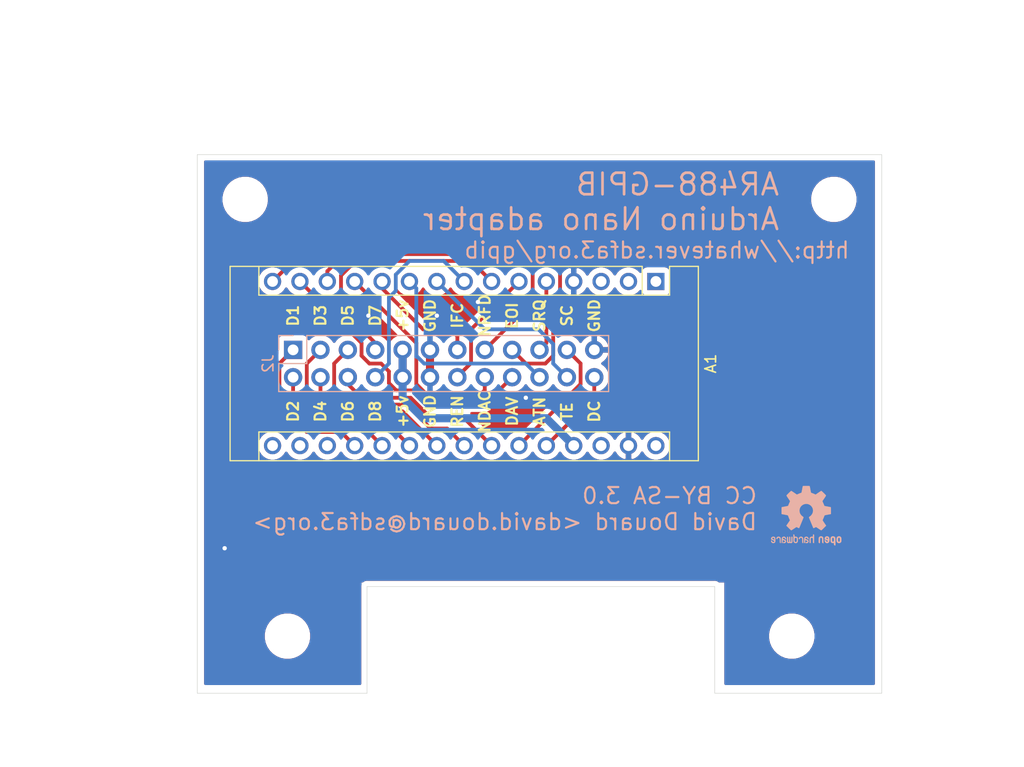
<source format=kicad_pcb>
(kicad_pcb (version 20171130) (host pcbnew 5.99.0+really5.1.10+dfsg1-1~bpo11+1)

  (general
    (thickness 1.6)
    (drawings 109)
    (tracks 115)
    (zones 0)
    (modules 7)
    (nets 30)
  )

  (page A4)
  (layers
    (0 F.Cu signal)
    (31 B.Cu signal)
    (32 B.Adhes user)
    (33 F.Adhes user)
    (34 B.Paste user)
    (35 F.Paste user)
    (36 B.SilkS user)
    (37 F.SilkS user)
    (38 B.Mask user)
    (39 F.Mask user)
    (40 Dwgs.User user)
    (41 Cmts.User user)
    (42 Eco1.User user)
    (43 Eco2.User user)
    (44 Edge.Cuts user)
    (45 Margin user)
    (46 B.CrtYd user)
    (47 F.CrtYd user)
    (48 B.Fab user)
    (49 F.Fab user)
  )

  (setup
    (last_trace_width 0.25)
    (user_trace_width 0.25)
    (user_trace_width 0.35)
    (user_trace_width 0.5)
    (user_trace_width 0.75)
    (trace_clearance 0.2)
    (zone_clearance 0.508)
    (zone_45_only no)
    (trace_min 0.2)
    (via_size 0.8)
    (via_drill 0.4)
    (via_min_size 0.4)
    (via_min_drill 0.3)
    (uvia_size 0.3)
    (uvia_drill 0.1)
    (uvias_allowed no)
    (uvia_min_size 0.2)
    (uvia_min_drill 0.1)
    (edge_width 0.05)
    (segment_width 0.2)
    (pcb_text_width 0.3)
    (pcb_text_size 1.5 1.5)
    (mod_edge_width 0.12)
    (mod_text_size 1 1)
    (mod_text_width 0.15)
    (pad_size 3.2 3.2)
    (pad_drill 3.2)
    (pad_to_mask_clearance 0)
    (aux_axis_origin 63 113.532)
    (grid_origin 71.89 81.655)
    (visible_elements FFFFFFFF)
    (pcbplotparams
      (layerselection 0x010fc_ffffffff)
      (usegerberextensions true)
      (usegerberattributes false)
      (usegerberadvancedattributes false)
      (creategerberjobfile false)
      (excludeedgelayer true)
      (linewidth 0.100000)
      (plotframeref false)
      (viasonmask false)
      (mode 1)
      (useauxorigin false)
      (hpglpennumber 1)
      (hpglpenspeed 20)
      (hpglpendiameter 15.000000)
      (psnegative false)
      (psa4output false)
      (plotreference true)
      (plotvalue false)
      (plotinvisibletext false)
      (padsonsilk false)
      (subtractmaskfromsilk true)
      (outputformat 1)
      (mirror false)
      (drillshape 0)
      (scaleselection 1)
      (outputdirectory "./gerber"))
  )

  (net 0 "")
  (net 1 GND)
  (net 2 +5V)
  (net 3 DC)
  (net 4 SC)
  (net 5 TE)
  (net 6 SRQ_a)
  (net 7 D8)
  (net 8 ATN_a)
  (net 9 D7)
  (net 10 EOI_a)
  (net 11 D6)
  (net 12 DAV_a)
  (net 13 D5)
  (net 14 NRFD_a)
  (net 15 D4)
  (net 16 NDAC_a)
  (net 17 D3)
  (net 18 IFC_a)
  (net 19 D2)
  (net 20 REN_a)
  (net 21 D1)
  (net 22 "Net-(A1-Pad16)")
  (net 23 "Net-(A1-Pad30)")
  (net 24 "Net-(A1-Pad28)")
  (net 25 "Net-(A1-Pad3)")
  (net 26 "Net-(A1-Pad18)")
  (net 27 "Net-(A1-Pad2)")
  (net 28 "Net-(A1-Pad17)")
  (net 29 "Net-(A1-Pad1)")

  (net_class Default "This is the default net class."
    (clearance 0.2)
    (trace_width 0.25)
    (via_dia 0.8)
    (via_drill 0.4)
    (uvia_dia 0.3)
    (uvia_drill 0.1)
    (add_net +5V)
    (add_net ATN_a)
    (add_net D1)
    (add_net D2)
    (add_net D3)
    (add_net D4)
    (add_net D5)
    (add_net D6)
    (add_net D7)
    (add_net D8)
    (add_net DAV_a)
    (add_net DC)
    (add_net EOI_a)
    (add_net GND)
    (add_net IFC_a)
    (add_net NDAC_a)
    (add_net NRFD_a)
    (add_net "Net-(A1-Pad1)")
    (add_net "Net-(A1-Pad16)")
    (add_net "Net-(A1-Pad17)")
    (add_net "Net-(A1-Pad18)")
    (add_net "Net-(A1-Pad2)")
    (add_net "Net-(A1-Pad28)")
    (add_net "Net-(A1-Pad3)")
    (add_net "Net-(A1-Pad30)")
    (add_net REN_a)
    (add_net SC)
    (add_net SRQ_a)
    (add_net TE)
  )

  (module MountingHole:MountingHole_3.2mm_M3_ISO7380 (layer F.Cu) (tedit 56D1B4CB) (tstamp 618E92A0)
    (at 71.369532 108.228792)
    (descr "Mounting Hole 3.2mm, no annular, M3, ISO7380")
    (tags "mounting hole 3.2mm no annular m3 iso7380")
    (attr virtual)
    (fp_text reference REF** (at 0 -3.85) (layer F.SilkS) hide
      (effects (font (size 1 1) (thickness 0.15)))
    )
    (fp_text value MountingHole_3.2mm_M3_ISO7380 (at 0 3.85) (layer F.Fab)
      (effects (font (size 1 1) (thickness 0.15)))
    )
    (fp_circle (center 0 0) (end 3.1 0) (layer F.CrtYd) (width 0.05))
    (fp_circle (center 0 0) (end 2.85 0) (layer Cmts.User) (width 0.15))
    (fp_text user %R (at 0.3 0) (layer F.Fab)
      (effects (font (size 1 1) (thickness 0.15)))
    )
    (pad 1 np_thru_hole circle (at 0 0) (size 3.2 3.2) (drill 3.2) (layers *.Cu *.Mask))
  )

  (module Module:Arduino_Nano (layer F.Cu) (tedit 58ACAF70) (tstamp 617EE39D)
    (at 105.545 75.305 270)
    (descr "Arduino Nano, http://www.mouser.com/pdfdocs/Gravitech_Arduino_Nano3_0.pdf")
    (tags "Arduino Nano")
    (path /617EE799)
    (fp_text reference A1 (at 7.62 -5.08 90) (layer F.SilkS)
      (effects (font (size 1 1) (thickness 0.15)))
    )
    (fp_text value Arduino_Nano_v3.x (at 8.89 19.05) (layer F.Fab)
      (effects (font (size 1 1) (thickness 0.15)))
    )
    (fp_line (start 1.27 1.27) (end 1.27 -1.27) (layer F.SilkS) (width 0.12))
    (fp_line (start 1.27 -1.27) (end -1.4 -1.27) (layer F.SilkS) (width 0.12))
    (fp_line (start -1.4 1.27) (end -1.4 39.5) (layer F.SilkS) (width 0.12))
    (fp_line (start -1.4 -3.94) (end -1.4 -1.27) (layer F.SilkS) (width 0.12))
    (fp_line (start 13.97 -1.27) (end 16.64 -1.27) (layer F.SilkS) (width 0.12))
    (fp_line (start 13.97 -1.27) (end 13.97 36.83) (layer F.SilkS) (width 0.12))
    (fp_line (start 13.97 36.83) (end 16.64 36.83) (layer F.SilkS) (width 0.12))
    (fp_line (start 1.27 1.27) (end -1.4 1.27) (layer F.SilkS) (width 0.12))
    (fp_line (start 1.27 1.27) (end 1.27 36.83) (layer F.SilkS) (width 0.12))
    (fp_line (start 1.27 36.83) (end -1.4 36.83) (layer F.SilkS) (width 0.12))
    (fp_line (start 3.81 31.75) (end 11.43 31.75) (layer F.Fab) (width 0.1))
    (fp_line (start 11.43 31.75) (end 11.43 41.91) (layer F.Fab) (width 0.1))
    (fp_line (start 11.43 41.91) (end 3.81 41.91) (layer F.Fab) (width 0.1))
    (fp_line (start 3.81 41.91) (end 3.81 31.75) (layer F.Fab) (width 0.1))
    (fp_line (start -1.4 39.5) (end 16.64 39.5) (layer F.SilkS) (width 0.12))
    (fp_line (start 16.64 39.5) (end 16.64 -3.94) (layer F.SilkS) (width 0.12))
    (fp_line (start 16.64 -3.94) (end -1.4 -3.94) (layer F.SilkS) (width 0.12))
    (fp_line (start 16.51 39.37) (end -1.27 39.37) (layer F.Fab) (width 0.1))
    (fp_line (start -1.27 39.37) (end -1.27 -2.54) (layer F.Fab) (width 0.1))
    (fp_line (start -1.27 -2.54) (end 0 -3.81) (layer F.Fab) (width 0.1))
    (fp_line (start 0 -3.81) (end 16.51 -3.81) (layer F.Fab) (width 0.1))
    (fp_line (start 16.51 -3.81) (end 16.51 39.37) (layer F.Fab) (width 0.1))
    (fp_line (start -1.53 -4.06) (end 16.75 -4.06) (layer F.CrtYd) (width 0.05))
    (fp_line (start -1.53 -4.06) (end -1.53 42.16) (layer F.CrtYd) (width 0.05))
    (fp_line (start 16.75 42.16) (end 16.75 -4.06) (layer F.CrtYd) (width 0.05))
    (fp_line (start 16.75 42.16) (end -1.53 42.16) (layer F.CrtYd) (width 0.05))
    (fp_text user %R (at 6.35 19.05) (layer F.Fab)
      (effects (font (size 1 1) (thickness 0.15)))
    )
    (pad 16 thru_hole oval (at 15.24 35.56 270) (size 1.6 1.6) (drill 1) (layers *.Cu *.Mask)
      (net 22 "Net-(A1-Pad16)"))
    (pad 15 thru_hole oval (at 0 35.56 270) (size 1.6 1.6) (drill 1) (layers *.Cu *.Mask)
      (net 10 EOI_a))
    (pad 30 thru_hole oval (at 15.24 0 270) (size 1.6 1.6) (drill 1) (layers *.Cu *.Mask)
      (net 23 "Net-(A1-Pad30)"))
    (pad 14 thru_hole oval (at 0 33.02 270) (size 1.6 1.6) (drill 1) (layers *.Cu *.Mask)
      (net 12 DAV_a))
    (pad 29 thru_hole oval (at 15.24 2.54 270) (size 1.6 1.6) (drill 1) (layers *.Cu *.Mask)
      (net 1 GND))
    (pad 13 thru_hole oval (at 0 30.48 270) (size 1.6 1.6) (drill 1) (layers *.Cu *.Mask)
      (net 14 NRFD_a))
    (pad 28 thru_hole oval (at 15.24 5.08 270) (size 1.6 1.6) (drill 1) (layers *.Cu *.Mask)
      (net 24 "Net-(A1-Pad28)"))
    (pad 12 thru_hole oval (at 0 27.94 270) (size 1.6 1.6) (drill 1) (layers *.Cu *.Mask)
      (net 16 NDAC_a))
    (pad 27 thru_hole oval (at 15.24 7.62 270) (size 1.6 1.6) (drill 1) (layers *.Cu *.Mask)
      (net 2 +5V))
    (pad 11 thru_hole oval (at 0 25.4 270) (size 1.6 1.6) (drill 1) (layers *.Cu *.Mask)
      (net 18 IFC_a))
    (pad 26 thru_hole oval (at 15.24 10.16 270) (size 1.6 1.6) (drill 1) (layers *.Cu *.Mask)
      (net 3 DC))
    (pad 10 thru_hole oval (at 0 22.86 270) (size 1.6 1.6) (drill 1) (layers *.Cu *.Mask)
      (net 8 ATN_a))
    (pad 25 thru_hole oval (at 15.24 12.7 270) (size 1.6 1.6) (drill 1) (layers *.Cu *.Mask)
      (net 4 SC))
    (pad 9 thru_hole oval (at 0 20.32 270) (size 1.6 1.6) (drill 1) (layers *.Cu *.Mask)
      (net 5 TE))
    (pad 24 thru_hole oval (at 15.24 15.24 270) (size 1.6 1.6) (drill 1) (layers *.Cu *.Mask)
      (net 11 D6))
    (pad 8 thru_hole oval (at 0 17.78 270) (size 1.6 1.6) (drill 1) (layers *.Cu *.Mask)
      (net 7 D8))
    (pad 23 thru_hole oval (at 15.24 17.78 270) (size 1.6 1.6) (drill 1) (layers *.Cu *.Mask)
      (net 13 D5))
    (pad 7 thru_hole oval (at 0 15.24 270) (size 1.6 1.6) (drill 1) (layers *.Cu *.Mask)
      (net 9 D7))
    (pad 22 thru_hole oval (at 15.24 20.32 270) (size 1.6 1.6) (drill 1) (layers *.Cu *.Mask)
      (net 15 D4))
    (pad 6 thru_hole oval (at 0 12.7 270) (size 1.6 1.6) (drill 1) (layers *.Cu *.Mask)
      (net 20 REN_a))
    (pad 21 thru_hole oval (at 15.24 22.86 270) (size 1.6 1.6) (drill 1) (layers *.Cu *.Mask)
      (net 17 D3))
    (pad 5 thru_hole oval (at 0 10.16 270) (size 1.6 1.6) (drill 1) (layers *.Cu *.Mask)
      (net 6 SRQ_a))
    (pad 20 thru_hole oval (at 15.24 25.4 270) (size 1.6 1.6) (drill 1) (layers *.Cu *.Mask)
      (net 19 D2))
    (pad 4 thru_hole oval (at 0 7.62 270) (size 1.6 1.6) (drill 1) (layers *.Cu *.Mask)
      (net 1 GND))
    (pad 19 thru_hole oval (at 15.24 27.94 270) (size 1.6 1.6) (drill 1) (layers *.Cu *.Mask)
      (net 21 D1))
    (pad 3 thru_hole oval (at 0 5.08 270) (size 1.6 1.6) (drill 1) (layers *.Cu *.Mask)
      (net 25 "Net-(A1-Pad3)"))
    (pad 18 thru_hole oval (at 15.24 30.48 270) (size 1.6 1.6) (drill 1) (layers *.Cu *.Mask)
      (net 26 "Net-(A1-Pad18)"))
    (pad 2 thru_hole oval (at 0 2.54 270) (size 1.6 1.6) (drill 1) (layers *.Cu *.Mask)
      (net 27 "Net-(A1-Pad2)"))
    (pad 17 thru_hole oval (at 15.24 33.02 270) (size 1.6 1.6) (drill 1) (layers *.Cu *.Mask)
      (net 28 "Net-(A1-Pad17)"))
    (pad 1 thru_hole rect (at 0 0 270) (size 1.6 1.6) (drill 1) (layers *.Cu *.Mask)
      (net 29 "Net-(A1-Pad1)"))
    (model ${KISYS3DMOD}/Module.3dshapes/Arduino_Nano_WithMountingHoles.wrl
      (at (xyz 0 0 0))
      (scale (xyz 1 1 1))
      (rotate (xyz 0 0 0))
    )
  )

  (module Symbol:OSHW-Logo2_7.3x6mm_SilkScreen (layer B.Cu) (tedit 0) (tstamp 617F870F)
    (at 119.495 97.045 180)
    (descr "Open Source Hardware Symbol")
    (tags "Logo Symbol OSHW")
    (attr virtual)
    (fp_text reference REF** (at 0 0) (layer B.SilkS) hide
      (effects (font (size 1 1) (thickness 0.15)) (justify mirror))
    )
    (fp_text value OSHW-Logo2_7.3x6mm_SilkScreen (at 0.75 0) (layer B.Fab) hide
      (effects (font (size 1 1) (thickness 0.15)) (justify mirror))
    )
    (fp_poly (pts (xy -2.400256 -1.919918) (xy -2.344799 -1.947568) (xy -2.295852 -1.99848) (xy -2.282371 -2.017338)
      (xy -2.267686 -2.042015) (xy -2.258158 -2.068816) (xy -2.252707 -2.104587) (xy -2.250253 -2.156169)
      (xy -2.249714 -2.224267) (xy -2.252148 -2.317588) (xy -2.260606 -2.387657) (xy -2.276826 -2.439931)
      (xy -2.302546 -2.479869) (xy -2.339503 -2.512929) (xy -2.342218 -2.514886) (xy -2.37864 -2.534908)
      (xy -2.422498 -2.544815) (xy -2.478276 -2.547257) (xy -2.568952 -2.547257) (xy -2.56899 -2.635283)
      (xy -2.569834 -2.684308) (xy -2.574976 -2.713065) (xy -2.588413 -2.730311) (xy -2.614142 -2.744808)
      (xy -2.620321 -2.747769) (xy -2.649236 -2.761648) (xy -2.671624 -2.770414) (xy -2.688271 -2.771171)
      (xy -2.699964 -2.761023) (xy -2.70749 -2.737073) (xy -2.711634 -2.696426) (xy -2.713185 -2.636186)
      (xy -2.712929 -2.553455) (xy -2.711651 -2.445339) (xy -2.711252 -2.413) (xy -2.709815 -2.301524)
      (xy -2.708528 -2.228603) (xy -2.569029 -2.228603) (xy -2.568245 -2.290499) (xy -2.56476 -2.330997)
      (xy -2.556876 -2.357708) (xy -2.542895 -2.378244) (xy -2.533403 -2.38826) (xy -2.494596 -2.417567)
      (xy -2.460237 -2.419952) (xy -2.424784 -2.39575) (xy -2.423886 -2.394857) (xy -2.409461 -2.376153)
      (xy -2.400687 -2.350732) (xy -2.396261 -2.311584) (xy -2.394882 -2.251697) (xy -2.394857 -2.23843)
      (xy -2.398188 -2.155901) (xy -2.409031 -2.098691) (xy -2.42866 -2.063766) (xy -2.45835 -2.048094)
      (xy -2.475509 -2.046514) (xy -2.516234 -2.053926) (xy -2.544168 -2.07833) (xy -2.560983 -2.12298)
      (xy -2.56835 -2.19113) (xy -2.569029 -2.228603) (xy -2.708528 -2.228603) (xy -2.708292 -2.215245)
      (xy -2.706323 -2.150333) (xy -2.70355 -2.102958) (xy -2.699612 -2.06929) (xy -2.694151 -2.045498)
      (xy -2.686808 -2.027753) (xy -2.677223 -2.012224) (xy -2.673113 -2.006381) (xy -2.618595 -1.951185)
      (xy -2.549664 -1.91989) (xy -2.469928 -1.911165) (xy -2.400256 -1.919918)) (layer B.SilkS) (width 0.01))
    (fp_poly (pts (xy -1.283907 -1.92778) (xy -1.237328 -1.954723) (xy -1.204943 -1.981466) (xy -1.181258 -2.009484)
      (xy -1.164941 -2.043748) (xy -1.154661 -2.089227) (xy -1.149086 -2.150892) (xy -1.146884 -2.233711)
      (xy -1.146629 -2.293246) (xy -1.146629 -2.512391) (xy -1.208314 -2.540044) (xy -1.27 -2.567697)
      (xy -1.277257 -2.32767) (xy -1.280256 -2.238028) (xy -1.283402 -2.172962) (xy -1.287299 -2.128026)
      (xy -1.292553 -2.09877) (xy -1.299769 -2.080748) (xy -1.30955 -2.069511) (xy -1.312688 -2.067079)
      (xy -1.360239 -2.048083) (xy -1.408303 -2.0556) (xy -1.436914 -2.075543) (xy -1.448553 -2.089675)
      (xy -1.456609 -2.10822) (xy -1.461729 -2.136334) (xy -1.464559 -2.179173) (xy -1.465744 -2.241895)
      (xy -1.465943 -2.307261) (xy -1.465982 -2.389268) (xy -1.467386 -2.447316) (xy -1.472086 -2.486465)
      (xy -1.482013 -2.51178) (xy -1.499097 -2.528323) (xy -1.525268 -2.541156) (xy -1.560225 -2.554491)
      (xy -1.598404 -2.569007) (xy -1.593859 -2.311389) (xy -1.592029 -2.218519) (xy -1.589888 -2.149889)
      (xy -1.586819 -2.100711) (xy -1.582206 -2.066198) (xy -1.575432 -2.041562) (xy -1.565881 -2.022016)
      (xy -1.554366 -2.00477) (xy -1.49881 -1.94968) (xy -1.43102 -1.917822) (xy -1.357287 -1.910191)
      (xy -1.283907 -1.92778)) (layer B.SilkS) (width 0.01))
    (fp_poly (pts (xy -2.958885 -1.921962) (xy -2.890855 -1.957733) (xy -2.840649 -2.015301) (xy -2.822815 -2.052312)
      (xy -2.808937 -2.107882) (xy -2.801833 -2.178096) (xy -2.80116 -2.254727) (xy -2.806573 -2.329552)
      (xy -2.81773 -2.394342) (xy -2.834286 -2.440873) (xy -2.839374 -2.448887) (xy -2.899645 -2.508707)
      (xy -2.971231 -2.544535) (xy -3.048908 -2.55502) (xy -3.127452 -2.53881) (xy -3.149311 -2.529092)
      (xy -3.191878 -2.499143) (xy -3.229237 -2.459433) (xy -3.232768 -2.454397) (xy -3.247119 -2.430124)
      (xy -3.256606 -2.404178) (xy -3.26221 -2.370022) (xy -3.264914 -2.321119) (xy -3.265701 -2.250935)
      (xy -3.265714 -2.2352) (xy -3.265678 -2.230192) (xy -3.120571 -2.230192) (xy -3.119727 -2.29643)
      (xy -3.116404 -2.340386) (xy -3.109417 -2.368779) (xy -3.097584 -2.388325) (xy -3.091543 -2.394857)
      (xy -3.056814 -2.41968) (xy -3.023097 -2.418548) (xy -2.989005 -2.397016) (xy -2.968671 -2.374029)
      (xy -2.956629 -2.340478) (xy -2.949866 -2.287569) (xy -2.949402 -2.281399) (xy -2.948248 -2.185513)
      (xy -2.960312 -2.114299) (xy -2.98543 -2.068194) (xy -3.02344 -2.047635) (xy -3.037008 -2.046514)
      (xy -3.072636 -2.052152) (xy -3.097006 -2.071686) (xy -3.111907 -2.109042) (xy -3.119125 -2.16815)
      (xy -3.120571 -2.230192) (xy -3.265678 -2.230192) (xy -3.265174 -2.160413) (xy -3.262904 -2.108159)
      (xy -3.257932 -2.071949) (xy -3.249287 -2.045299) (xy -3.235995 -2.021722) (xy -3.233057 -2.017338)
      (xy -3.183687 -1.958249) (xy -3.129891 -1.923947) (xy -3.064398 -1.910331) (xy -3.042158 -1.909665)
      (xy -2.958885 -1.921962)) (layer B.SilkS) (width 0.01))
    (fp_poly (pts (xy -1.831697 -1.931239) (xy -1.774473 -1.969735) (xy -1.730251 -2.025335) (xy -1.703833 -2.096086)
      (xy -1.69849 -2.148162) (xy -1.699097 -2.169893) (xy -1.704178 -2.186531) (xy -1.718145 -2.201437)
      (xy -1.745411 -2.217973) (xy -1.790388 -2.239498) (xy -1.857489 -2.269374) (xy -1.857829 -2.269524)
      (xy -1.919593 -2.297813) (xy -1.970241 -2.322933) (xy -2.004596 -2.342179) (xy -2.017482 -2.352848)
      (xy -2.017486 -2.352934) (xy -2.006128 -2.376166) (xy -1.979569 -2.401774) (xy -1.949077 -2.420221)
      (xy -1.93363 -2.423886) (xy -1.891485 -2.411212) (xy -1.855192 -2.379471) (xy -1.837483 -2.344572)
      (xy -1.820448 -2.318845) (xy -1.787078 -2.289546) (xy -1.747851 -2.264235) (xy -1.713244 -2.250471)
      (xy -1.706007 -2.249714) (xy -1.697861 -2.26216) (xy -1.69737 -2.293972) (xy -1.703357 -2.336866)
      (xy -1.714643 -2.382558) (xy -1.73005 -2.422761) (xy -1.730829 -2.424322) (xy -1.777196 -2.489062)
      (xy -1.837289 -2.533097) (xy -1.905535 -2.554711) (xy -1.976362 -2.552185) (xy -2.044196 -2.523804)
      (xy -2.047212 -2.521808) (xy -2.100573 -2.473448) (xy -2.13566 -2.410352) (xy -2.155078 -2.327387)
      (xy -2.157684 -2.304078) (xy -2.162299 -2.194055) (xy -2.156767 -2.142748) (xy -2.017486 -2.142748)
      (xy -2.015676 -2.174753) (xy -2.005778 -2.184093) (xy -1.981102 -2.177105) (xy -1.942205 -2.160587)
      (xy -1.898725 -2.139881) (xy -1.897644 -2.139333) (xy -1.860791 -2.119949) (xy -1.846 -2.107013)
      (xy -1.849647 -2.093451) (xy -1.865005 -2.075632) (xy -1.904077 -2.049845) (xy -1.946154 -2.04795)
      (xy -1.983897 -2.066717) (xy -2.009966 -2.102915) (xy -2.017486 -2.142748) (xy -2.156767 -2.142748)
      (xy -2.152806 -2.106027) (xy -2.12845 -2.036212) (xy -2.094544 -1.987302) (xy -2.033347 -1.937878)
      (xy -1.965937 -1.913359) (xy -1.89712 -1.911797) (xy -1.831697 -1.931239)) (layer B.SilkS) (width 0.01))
    (fp_poly (pts (xy -0.624114 -1.851289) (xy -0.619861 -1.910613) (xy -0.614975 -1.945572) (xy -0.608205 -1.96082)
      (xy -0.598298 -1.961015) (xy -0.595086 -1.959195) (xy -0.552356 -1.946015) (xy -0.496773 -1.946785)
      (xy -0.440263 -1.960333) (xy -0.404918 -1.977861) (xy -0.368679 -2.005861) (xy -0.342187 -2.037549)
      (xy -0.324001 -2.077813) (xy -0.312678 -2.131543) (xy -0.306778 -2.203626) (xy -0.304857 -2.298951)
      (xy -0.304823 -2.317237) (xy -0.3048 -2.522646) (xy -0.350509 -2.53858) (xy -0.382973 -2.54942)
      (xy -0.400785 -2.554468) (xy -0.401309 -2.554514) (xy -0.403063 -2.540828) (xy -0.404556 -2.503076)
      (xy -0.405674 -2.446224) (xy -0.406303 -2.375234) (xy -0.4064 -2.332073) (xy -0.406602 -2.246973)
      (xy -0.407642 -2.185981) (xy -0.410169 -2.144177) (xy -0.414836 -2.116642) (xy -0.422293 -2.098456)
      (xy -0.433189 -2.084698) (xy -0.439993 -2.078073) (xy -0.486728 -2.051375) (xy -0.537728 -2.049375)
      (xy -0.583999 -2.071955) (xy -0.592556 -2.080107) (xy -0.605107 -2.095436) (xy -0.613812 -2.113618)
      (xy -0.619369 -2.139909) (xy -0.622474 -2.179562) (xy -0.623824 -2.237832) (xy -0.624114 -2.318173)
      (xy -0.624114 -2.522646) (xy -0.669823 -2.53858) (xy -0.702287 -2.54942) (xy -0.720099 -2.554468)
      (xy -0.720623 -2.554514) (xy -0.721963 -2.540623) (xy -0.723172 -2.501439) (xy -0.724199 -2.4407)
      (xy -0.724998 -2.362141) (xy -0.725519 -2.269498) (xy -0.725714 -2.166509) (xy -0.725714 -1.769342)
      (xy -0.678543 -1.749444) (xy -0.631371 -1.729547) (xy -0.624114 -1.851289)) (layer B.SilkS) (width 0.01))
    (fp_poly (pts (xy 0.039744 -1.950968) (xy 0.096616 -1.972087) (xy 0.097267 -1.972493) (xy 0.13244 -1.99838)
      (xy 0.158407 -2.028633) (xy 0.17667 -2.068058) (xy 0.188732 -2.121462) (xy 0.196096 -2.193651)
      (xy 0.200264 -2.289432) (xy 0.200629 -2.303078) (xy 0.205876 -2.508842) (xy 0.161716 -2.531678)
      (xy 0.129763 -2.54711) (xy 0.11047 -2.554423) (xy 0.109578 -2.554514) (xy 0.106239 -2.541022)
      (xy 0.103587 -2.504626) (xy 0.101956 -2.451452) (xy 0.1016 -2.408393) (xy 0.101592 -2.338641)
      (xy 0.098403 -2.294837) (xy 0.087288 -2.273944) (xy 0.063501 -2.272925) (xy 0.022296 -2.288741)
      (xy -0.039914 -2.317815) (xy -0.085659 -2.341963) (xy -0.109187 -2.362913) (xy -0.116104 -2.385747)
      (xy -0.116114 -2.386877) (xy -0.104701 -2.426212) (xy -0.070908 -2.447462) (xy -0.019191 -2.450539)
      (xy 0.018061 -2.450006) (xy 0.037703 -2.460735) (xy 0.049952 -2.486505) (xy 0.057002 -2.519337)
      (xy 0.046842 -2.537966) (xy 0.043017 -2.540632) (xy 0.007001 -2.55134) (xy -0.043434 -2.552856)
      (xy -0.095374 -2.545759) (xy -0.132178 -2.532788) (xy -0.183062 -2.489585) (xy -0.211986 -2.429446)
      (xy -0.217714 -2.382462) (xy -0.213343 -2.340082) (xy -0.197525 -2.305488) (xy -0.166203 -2.274763)
      (xy -0.115322 -2.24399) (xy -0.040824 -2.209252) (xy -0.036286 -2.207288) (xy 0.030821 -2.176287)
      (xy 0.072232 -2.150862) (xy 0.089981 -2.128014) (xy 0.086107 -2.104745) (xy 0.062643 -2.078056)
      (xy 0.055627 -2.071914) (xy 0.00863 -2.0481) (xy -0.040067 -2.049103) (xy -0.082478 -2.072451)
      (xy -0.110616 -2.115675) (xy -0.113231 -2.12416) (xy -0.138692 -2.165308) (xy -0.170999 -2.185128)
      (xy -0.217714 -2.20477) (xy -0.217714 -2.15395) (xy -0.203504 -2.080082) (xy -0.161325 -2.012327)
      (xy -0.139376 -1.989661) (xy -0.089483 -1.960569) (xy -0.026033 -1.9474) (xy 0.039744 -1.950968)) (layer B.SilkS) (width 0.01))
    (fp_poly (pts (xy 0.529926 -1.949755) (xy 0.595858 -1.974084) (xy 0.649273 -2.017117) (xy 0.670164 -2.047409)
      (xy 0.692939 -2.102994) (xy 0.692466 -2.143186) (xy 0.668562 -2.170217) (xy 0.659717 -2.174813)
      (xy 0.62153 -2.189144) (xy 0.602028 -2.185472) (xy 0.595422 -2.161407) (xy 0.595086 -2.148114)
      (xy 0.582992 -2.09921) (xy 0.551471 -2.064999) (xy 0.507659 -2.048476) (xy 0.458695 -2.052634)
      (xy 0.418894 -2.074227) (xy 0.40545 -2.086544) (xy 0.395921 -2.101487) (xy 0.389485 -2.124075)
      (xy 0.385317 -2.159328) (xy 0.382597 -2.212266) (xy 0.380502 -2.287907) (xy 0.37996 -2.311857)
      (xy 0.377981 -2.39379) (xy 0.375731 -2.451455) (xy 0.372357 -2.489608) (xy 0.367006 -2.513004)
      (xy 0.358824 -2.526398) (xy 0.346959 -2.534545) (xy 0.339362 -2.538144) (xy 0.307102 -2.550452)
      (xy 0.288111 -2.554514) (xy 0.281836 -2.540948) (xy 0.278006 -2.499934) (xy 0.2766 -2.430999)
      (xy 0.277598 -2.333669) (xy 0.277908 -2.318657) (xy 0.280101 -2.229859) (xy 0.282693 -2.165019)
      (xy 0.286382 -2.119067) (xy 0.291864 -2.086935) (xy 0.299835 -2.063553) (xy 0.310993 -2.043852)
      (xy 0.31683 -2.03541) (xy 0.350296 -1.998057) (xy 0.387727 -1.969003) (xy 0.392309 -1.966467)
      (xy 0.459426 -1.946443) (xy 0.529926 -1.949755)) (layer B.SilkS) (width 0.01))
    (fp_poly (pts (xy 1.190117 -2.065358) (xy 1.189933 -2.173837) (xy 1.189219 -2.257287) (xy 1.187675 -2.319704)
      (xy 1.185001 -2.365085) (xy 1.180894 -2.397429) (xy 1.175055 -2.420733) (xy 1.167182 -2.438995)
      (xy 1.161221 -2.449418) (xy 1.111855 -2.505945) (xy 1.049264 -2.541377) (xy 0.980013 -2.55409)
      (xy 0.910668 -2.542463) (xy 0.869375 -2.521568) (xy 0.826025 -2.485422) (xy 0.796481 -2.441276)
      (xy 0.778655 -2.383462) (xy 0.770463 -2.306313) (xy 0.769302 -2.249714) (xy 0.769458 -2.245647)
      (xy 0.870857 -2.245647) (xy 0.871476 -2.31055) (xy 0.874314 -2.353514) (xy 0.88084 -2.381622)
      (xy 0.892523 -2.401953) (xy 0.906483 -2.417288) (xy 0.953365 -2.44689) (xy 1.003701 -2.449419)
      (xy 1.051276 -2.424705) (xy 1.054979 -2.421356) (xy 1.070783 -2.403935) (xy 1.080693 -2.383209)
      (xy 1.086058 -2.352362) (xy 1.088228 -2.304577) (xy 1.088571 -2.251748) (xy 1.087827 -2.185381)
      (xy 1.084748 -2.141106) (xy 1.078061 -2.112009) (xy 1.066496 -2.091173) (xy 1.057013 -2.080107)
      (xy 1.01296 -2.052198) (xy 0.962224 -2.048843) (xy 0.913796 -2.070159) (xy 0.90445 -2.078073)
      (xy 0.88854 -2.095647) (xy 0.87861 -2.116587) (xy 0.873278 -2.147782) (xy 0.871163 -2.196122)
      (xy 0.870857 -2.245647) (xy 0.769458 -2.245647) (xy 0.77281 -2.158568) (xy 0.784726 -2.090086)
      (xy 0.807135 -2.0386) (xy 0.842124 -1.998443) (xy 0.869375 -1.977861) (xy 0.918907 -1.955625)
      (xy 0.976316 -1.945304) (xy 1.029682 -1.948067) (xy 1.059543 -1.959212) (xy 1.071261 -1.962383)
      (xy 1.079037 -1.950557) (xy 1.084465 -1.918866) (xy 1.088571 -1.870593) (xy 1.093067 -1.816829)
      (xy 1.099313 -1.784482) (xy 1.110676 -1.765985) (xy 1.130528 -1.75377) (xy 1.143 -1.748362)
      (xy 1.190171 -1.728601) (xy 1.190117 -2.065358)) (layer B.SilkS) (width 0.01))
    (fp_poly (pts (xy 1.779833 -1.958663) (xy 1.782048 -1.99685) (xy 1.783784 -2.054886) (xy 1.784899 -2.12818)
      (xy 1.785257 -2.205055) (xy 1.785257 -2.465196) (xy 1.739326 -2.511127) (xy 1.707675 -2.539429)
      (xy 1.67989 -2.550893) (xy 1.641915 -2.550168) (xy 1.62684 -2.548321) (xy 1.579726 -2.542948)
      (xy 1.540756 -2.539869) (xy 1.531257 -2.539585) (xy 1.499233 -2.541445) (xy 1.453432 -2.546114)
      (xy 1.435674 -2.548321) (xy 1.392057 -2.551735) (xy 1.362745 -2.54432) (xy 1.33368 -2.521427)
      (xy 1.323188 -2.511127) (xy 1.277257 -2.465196) (xy 1.277257 -1.978602) (xy 1.314226 -1.961758)
      (xy 1.346059 -1.949282) (xy 1.364683 -1.944914) (xy 1.369458 -1.958718) (xy 1.373921 -1.997286)
      (xy 1.377775 -2.056356) (xy 1.380722 -2.131663) (xy 1.382143 -2.195286) (xy 1.386114 -2.445657)
      (xy 1.420759 -2.450556) (xy 1.452268 -2.447131) (xy 1.467708 -2.436041) (xy 1.472023 -2.415308)
      (xy 1.475708 -2.371145) (xy 1.478469 -2.309146) (xy 1.480012 -2.234909) (xy 1.480235 -2.196706)
      (xy 1.480457 -1.976783) (xy 1.526166 -1.960849) (xy 1.558518 -1.950015) (xy 1.576115 -1.944962)
      (xy 1.576623 -1.944914) (xy 1.578388 -1.958648) (xy 1.580329 -1.99673) (xy 1.582282 -2.054482)
      (xy 1.584084 -2.127227) (xy 1.585343 -2.195286) (xy 1.589314 -2.445657) (xy 1.6764 -2.445657)
      (xy 1.680396 -2.21724) (xy 1.684392 -1.988822) (xy 1.726847 -1.966868) (xy 1.758192 -1.951793)
      (xy 1.776744 -1.944951) (xy 1.777279 -1.944914) (xy 1.779833 -1.958663)) (layer B.SilkS) (width 0.01))
    (fp_poly (pts (xy 2.144876 -1.956335) (xy 2.186667 -1.975344) (xy 2.219469 -1.998378) (xy 2.243503 -2.024133)
      (xy 2.260097 -2.057358) (xy 2.270577 -2.1028) (xy 2.276271 -2.165207) (xy 2.278507 -2.249327)
      (xy 2.278743 -2.304721) (xy 2.278743 -2.520826) (xy 2.241774 -2.53767) (xy 2.212656 -2.549981)
      (xy 2.198231 -2.554514) (xy 2.195472 -2.541025) (xy 2.193282 -2.504653) (xy 2.191942 -2.451542)
      (xy 2.191657 -2.409372) (xy 2.190434 -2.348447) (xy 2.187136 -2.300115) (xy 2.182321 -2.270518)
      (xy 2.178496 -2.264229) (xy 2.152783 -2.270652) (xy 2.112418 -2.287125) (xy 2.065679 -2.309458)
      (xy 2.020845 -2.333457) (xy 1.986193 -2.35493) (xy 1.970002 -2.369685) (xy 1.969938 -2.369845)
      (xy 1.97133 -2.397152) (xy 1.983818 -2.423219) (xy 2.005743 -2.444392) (xy 2.037743 -2.451474)
      (xy 2.065092 -2.450649) (xy 2.103826 -2.450042) (xy 2.124158 -2.459116) (xy 2.136369 -2.483092)
      (xy 2.137909 -2.487613) (xy 2.143203 -2.521806) (xy 2.129047 -2.542568) (xy 2.092148 -2.552462)
      (xy 2.052289 -2.554292) (xy 1.980562 -2.540727) (xy 1.943432 -2.521355) (xy 1.897576 -2.475845)
      (xy 1.873256 -2.419983) (xy 1.871073 -2.360957) (xy 1.891629 -2.305953) (xy 1.922549 -2.271486)
      (xy 1.95342 -2.252189) (xy 2.001942 -2.227759) (xy 2.058485 -2.202985) (xy 2.06791 -2.199199)
      (xy 2.130019 -2.171791) (xy 2.165822 -2.147634) (xy 2.177337 -2.123619) (xy 2.16658 -2.096635)
      (xy 2.148114 -2.075543) (xy 2.104469 -2.049572) (xy 2.056446 -2.047624) (xy 2.012406 -2.067637)
      (xy 1.980709 -2.107551) (xy 1.976549 -2.117848) (xy 1.952327 -2.155724) (xy 1.916965 -2.183842)
      (xy 1.872343 -2.206917) (xy 1.872343 -2.141485) (xy 1.874969 -2.101506) (xy 1.88623 -2.069997)
      (xy 1.911199 -2.036378) (xy 1.935169 -2.010484) (xy 1.972441 -1.973817) (xy 2.001401 -1.954121)
      (xy 2.032505 -1.94622) (xy 2.067713 -1.944914) (xy 2.144876 -1.956335)) (layer B.SilkS) (width 0.01))
    (fp_poly (pts (xy 2.6526 -1.958752) (xy 2.669948 -1.966334) (xy 2.711356 -1.999128) (xy 2.746765 -2.046547)
      (xy 2.768664 -2.097151) (xy 2.772229 -2.122098) (xy 2.760279 -2.156927) (xy 2.734067 -2.175357)
      (xy 2.705964 -2.186516) (xy 2.693095 -2.188572) (xy 2.686829 -2.173649) (xy 2.674456 -2.141175)
      (xy 2.669028 -2.126502) (xy 2.63859 -2.075744) (xy 2.59452 -2.050427) (xy 2.53801 -2.051206)
      (xy 2.533825 -2.052203) (xy 2.503655 -2.066507) (xy 2.481476 -2.094393) (xy 2.466327 -2.139287)
      (xy 2.45725 -2.204615) (xy 2.453286 -2.293804) (xy 2.452914 -2.341261) (xy 2.45273 -2.416071)
      (xy 2.451522 -2.467069) (xy 2.448309 -2.499471) (xy 2.442109 -2.518495) (xy 2.43194 -2.529356)
      (xy 2.416819 -2.537272) (xy 2.415946 -2.53767) (xy 2.386828 -2.549981) (xy 2.372403 -2.554514)
      (xy 2.370186 -2.540809) (xy 2.368289 -2.502925) (xy 2.366847 -2.445715) (xy 2.365998 -2.374027)
      (xy 2.365829 -2.321565) (xy 2.366692 -2.220047) (xy 2.37007 -2.143032) (xy 2.377142 -2.086023)
      (xy 2.389088 -2.044526) (xy 2.40709 -2.014043) (xy 2.432327 -1.99008) (xy 2.457247 -1.973355)
      (xy 2.517171 -1.951097) (xy 2.586911 -1.946076) (xy 2.6526 -1.958752)) (layer B.SilkS) (width 0.01))
    (fp_poly (pts (xy 3.153595 -1.966966) (xy 3.211021 -2.004497) (xy 3.238719 -2.038096) (xy 3.260662 -2.099064)
      (xy 3.262405 -2.147308) (xy 3.258457 -2.211816) (xy 3.109686 -2.276934) (xy 3.037349 -2.310202)
      (xy 2.990084 -2.336964) (xy 2.965507 -2.360144) (xy 2.961237 -2.382667) (xy 2.974889 -2.407455)
      (xy 2.989943 -2.423886) (xy 3.033746 -2.450235) (xy 3.081389 -2.452081) (xy 3.125145 -2.431546)
      (xy 3.157289 -2.390752) (xy 3.163038 -2.376347) (xy 3.190576 -2.331356) (xy 3.222258 -2.312182)
      (xy 3.265714 -2.295779) (xy 3.265714 -2.357966) (xy 3.261872 -2.400283) (xy 3.246823 -2.435969)
      (xy 3.21528 -2.476943) (xy 3.210592 -2.482267) (xy 3.175506 -2.51872) (xy 3.145347 -2.538283)
      (xy 3.107615 -2.547283) (xy 3.076335 -2.55023) (xy 3.020385 -2.550965) (xy 2.980555 -2.54166)
      (xy 2.955708 -2.527846) (xy 2.916656 -2.497467) (xy 2.889625 -2.464613) (xy 2.872517 -2.423294)
      (xy 2.863238 -2.367521) (xy 2.859693 -2.291305) (xy 2.85941 -2.252622) (xy 2.860372 -2.206247)
      (xy 2.948007 -2.206247) (xy 2.949023 -2.231126) (xy 2.951556 -2.2352) (xy 2.968274 -2.229665)
      (xy 3.004249 -2.215017) (xy 3.052331 -2.19419) (xy 3.062386 -2.189714) (xy 3.123152 -2.158814)
      (xy 3.156632 -2.131657) (xy 3.16399 -2.10622) (xy 3.146391 -2.080481) (xy 3.131856 -2.069109)
      (xy 3.07941 -2.046364) (xy 3.030322 -2.050122) (xy 2.989227 -2.077884) (xy 2.960758 -2.127152)
      (xy 2.951631 -2.166257) (xy 2.948007 -2.206247) (xy 2.860372 -2.206247) (xy 2.861285 -2.162249)
      (xy 2.868196 -2.095384) (xy 2.881884 -2.046695) (xy 2.904096 -2.010849) (xy 2.936574 -1.982513)
      (xy 2.950733 -1.973355) (xy 3.015053 -1.949507) (xy 3.085473 -1.948006) (xy 3.153595 -1.966966)) (layer B.SilkS) (width 0.01))
    (fp_poly (pts (xy 0.10391 2.757652) (xy 0.182454 2.757222) (xy 0.239298 2.756058) (xy 0.278105 2.753793)
      (xy 0.302538 2.75006) (xy 0.316262 2.744494) (xy 0.32294 2.736727) (xy 0.326236 2.726395)
      (xy 0.326556 2.725057) (xy 0.331562 2.700921) (xy 0.340829 2.653299) (xy 0.353392 2.587259)
      (xy 0.368287 2.507872) (xy 0.384551 2.420204) (xy 0.385119 2.417125) (xy 0.40141 2.331211)
      (xy 0.416652 2.255304) (xy 0.429861 2.193955) (xy 0.440054 2.151718) (xy 0.446248 2.133145)
      (xy 0.446543 2.132816) (xy 0.464788 2.123747) (xy 0.502405 2.108633) (xy 0.551271 2.090738)
      (xy 0.551543 2.090642) (xy 0.613093 2.067507) (xy 0.685657 2.038035) (xy 0.754057 2.008403)
      (xy 0.757294 2.006938) (xy 0.868702 1.956374) (xy 1.115399 2.12484) (xy 1.191077 2.176197)
      (xy 1.259631 2.222111) (xy 1.317088 2.25997) (xy 1.359476 2.287163) (xy 1.382825 2.301079)
      (xy 1.385042 2.302111) (xy 1.40201 2.297516) (xy 1.433701 2.275345) (xy 1.481352 2.234553)
      (xy 1.546198 2.174095) (xy 1.612397 2.109773) (xy 1.676214 2.046388) (xy 1.733329 1.988549)
      (xy 1.780305 1.939825) (xy 1.813703 1.90379) (xy 1.830085 1.884016) (xy 1.830694 1.882998)
      (xy 1.832505 1.869428) (xy 1.825683 1.847267) (xy 1.80854 1.813522) (xy 1.779393 1.7652)
      (xy 1.736555 1.699308) (xy 1.679448 1.614483) (xy 1.628766 1.539823) (xy 1.583461 1.47286)
      (xy 1.54615 1.417484) (xy 1.519452 1.37758) (xy 1.505985 1.357038) (xy 1.505137 1.355644)
      (xy 1.506781 1.335962) (xy 1.519245 1.297707) (xy 1.540048 1.248111) (xy 1.547462 1.232272)
      (xy 1.579814 1.16171) (xy 1.614328 1.081647) (xy 1.642365 1.012371) (xy 1.662568 0.960955)
      (xy 1.678615 0.921881) (xy 1.687888 0.901459) (xy 1.689041 0.899886) (xy 1.706096 0.897279)
      (xy 1.746298 0.890137) (xy 1.804302 0.879477) (xy 1.874763 0.866315) (xy 1.952335 0.851667)
      (xy 2.031672 0.836551) (xy 2.107431 0.821982) (xy 2.174264 0.808978) (xy 2.226828 0.798555)
      (xy 2.259776 0.79173) (xy 2.267857 0.789801) (xy 2.276205 0.785038) (xy 2.282506 0.774282)
      (xy 2.287045 0.753902) (xy 2.290104 0.720266) (xy 2.291967 0.669745) (xy 2.292918 0.598708)
      (xy 2.29324 0.503524) (xy 2.293257 0.464508) (xy 2.293257 0.147201) (xy 2.217057 0.132161)
      (xy 2.174663 0.124005) (xy 2.1114 0.112101) (xy 2.034962 0.097884) (xy 1.953043 0.08279)
      (xy 1.9304 0.078645) (xy 1.854806 0.063947) (xy 1.788953 0.049495) (xy 1.738366 0.036625)
      (xy 1.708574 0.026678) (xy 1.703612 0.023713) (xy 1.691426 0.002717) (xy 1.673953 -0.037967)
      (xy 1.654577 -0.090322) (xy 1.650734 -0.1016) (xy 1.625339 -0.171523) (xy 1.593817 -0.250418)
      (xy 1.562969 -0.321266) (xy 1.562817 -0.321595) (xy 1.511447 -0.432733) (xy 1.680399 -0.681253)
      (xy 1.849352 -0.929772) (xy 1.632429 -1.147058) (xy 1.566819 -1.211726) (xy 1.506979 -1.268733)
      (xy 1.456267 -1.315033) (xy 1.418046 -1.347584) (xy 1.395675 -1.363343) (xy 1.392466 -1.364343)
      (xy 1.373626 -1.356469) (xy 1.33518 -1.334578) (xy 1.28133 -1.301267) (xy 1.216276 -1.259131)
      (xy 1.14594 -1.211943) (xy 1.074555 -1.16381) (xy 1.010908 -1.121928) (xy 0.959041 -1.088871)
      (xy 0.922995 -1.067218) (xy 0.906867 -1.059543) (xy 0.887189 -1.066037) (xy 0.849875 -1.08315)
      (xy 0.802621 -1.107326) (xy 0.797612 -1.110013) (xy 0.733977 -1.141927) (xy 0.690341 -1.157579)
      (xy 0.663202 -1.157745) (xy 0.649057 -1.143204) (xy 0.648975 -1.143) (xy 0.641905 -1.125779)
      (xy 0.625042 -1.084899) (xy 0.599695 -1.023525) (xy 0.567171 -0.944819) (xy 0.528778 -0.851947)
      (xy 0.485822 -0.748072) (xy 0.444222 -0.647502) (xy 0.398504 -0.536516) (xy 0.356526 -0.433703)
      (xy 0.319548 -0.342215) (xy 0.288827 -0.265201) (xy 0.265622 -0.205815) (xy 0.25119 -0.167209)
      (xy 0.246743 -0.1528) (xy 0.257896 -0.136272) (xy 0.287069 -0.10993) (xy 0.325971 -0.080887)
      (xy 0.436757 0.010961) (xy 0.523351 0.116241) (xy 0.584716 0.232734) (xy 0.619815 0.358224)
      (xy 0.627608 0.490493) (xy 0.621943 0.551543) (xy 0.591078 0.678205) (xy 0.53792 0.790059)
      (xy 0.465767 0.885999) (xy 0.377917 0.964924) (xy 0.277665 1.02573) (xy 0.16831 1.067313)
      (xy 0.053147 1.088572) (xy -0.064525 1.088401) (xy -0.18141 1.065699) (xy -0.294211 1.019362)
      (xy -0.399631 0.948287) (xy -0.443632 0.908089) (xy -0.528021 0.804871) (xy -0.586778 0.692075)
      (xy -0.620296 0.57299) (xy -0.628965 0.450905) (xy -0.613177 0.329107) (xy -0.573322 0.210884)
      (xy -0.509793 0.099525) (xy -0.422979 -0.001684) (xy -0.325971 -0.080887) (xy -0.285563 -0.111162)
      (xy -0.257018 -0.137219) (xy -0.246743 -0.152825) (xy -0.252123 -0.169843) (xy -0.267425 -0.2105)
      (xy -0.291388 -0.271642) (xy -0.322756 -0.350119) (xy -0.360268 -0.44278) (xy -0.402667 -0.546472)
      (xy -0.444337 -0.647526) (xy -0.49031 -0.758607) (xy -0.532893 -0.861541) (xy -0.570779 -0.953165)
      (xy -0.60266 -1.030316) (xy -0.627229 -1.089831) (xy -0.64318 -1.128544) (xy -0.64909 -1.143)
      (xy -0.663052 -1.157685) (xy -0.69006 -1.157642) (xy -0.733587 -1.142099) (xy -0.79711 -1.110284)
      (xy -0.797612 -1.110013) (xy -0.84544 -1.085323) (xy -0.884103 -1.067338) (xy -0.905905 -1.059614)
      (xy -0.906867 -1.059543) (xy -0.923279 -1.067378) (xy -0.959513 -1.089165) (xy -1.011526 -1.122328)
      (xy -1.075275 -1.164291) (xy -1.14594 -1.211943) (xy -1.217884 -1.260191) (xy -1.282726 -1.302151)
      (xy -1.336265 -1.335227) (xy -1.374303 -1.356821) (xy -1.392467 -1.364343) (xy -1.409192 -1.354457)
      (xy -1.44282 -1.326826) (xy -1.48999 -1.284495) (xy -1.547342 -1.230505) (xy -1.611516 -1.167899)
      (xy -1.632503 -1.146983) (xy -1.849501 -0.929623) (xy -1.684332 -0.68722) (xy -1.634136 -0.612781)
      (xy -1.590081 -0.545972) (xy -1.554638 -0.490665) (xy -1.530281 -0.450729) (xy -1.519478 -0.430036)
      (xy -1.519162 -0.428563) (xy -1.524857 -0.409058) (xy -1.540174 -0.369822) (xy -1.562463 -0.31743)
      (xy -1.578107 -0.282355) (xy -1.607359 -0.215201) (xy -1.634906 -0.147358) (xy -1.656263 -0.090034)
      (xy -1.662065 -0.072572) (xy -1.678548 -0.025938) (xy -1.69466 0.010095) (xy -1.70351 0.023713)
      (xy -1.72304 0.032048) (xy -1.765666 0.043863) (xy -1.825855 0.057819) (xy -1.898078 0.072578)
      (xy -1.9304 0.078645) (xy -2.012478 0.093727) (xy -2.091205 0.108331) (xy -2.158891 0.12102)
      (xy -2.20784 0.130358) (xy -2.217057 0.132161) (xy -2.293257 0.147201) (xy -2.293257 0.464508)
      (xy -2.293086 0.568846) (xy -2.292384 0.647787) (xy -2.290866 0.704962) (xy -2.288251 0.744001)
      (xy -2.284254 0.768535) (xy -2.278591 0.782195) (xy -2.27098 0.788611) (xy -2.267857 0.789801)
      (xy -2.249022 0.79402) (xy -2.207412 0.802438) (xy -2.14837 0.814039) (xy -2.077243 0.827805)
      (xy -1.999375 0.84272) (xy -1.920113 0.857768) (xy -1.844802 0.871931) (xy -1.778787 0.884194)
      (xy -1.727413 0.893539) (xy -1.696025 0.89895) (xy -1.689041 0.899886) (xy -1.682715 0.912404)
      (xy -1.66871 0.945754) (xy -1.649645 0.993623) (xy -1.642366 1.012371) (xy -1.613004 1.084805)
      (xy -1.578429 1.16483) (xy -1.547463 1.232272) (xy -1.524677 1.283841) (xy -1.509518 1.326215)
      (xy -1.504458 1.352166) (xy -1.505264 1.355644) (xy -1.515959 1.372064) (xy -1.54038 1.408583)
      (xy -1.575905 1.461313) (xy -1.619913 1.526365) (xy -1.669783 1.599849) (xy -1.679644 1.614355)
      (xy -1.737508 1.700296) (xy -1.780044 1.765739) (xy -1.808946 1.813696) (xy -1.82591 1.84718)
      (xy -1.832633 1.869205) (xy -1.83081 1.882783) (xy -1.830764 1.882869) (xy -1.816414 1.900703)
      (xy -1.784677 1.935183) (xy -1.73899 1.982732) (xy -1.682796 2.039778) (xy -1.619532 2.102745)
      (xy -1.612398 2.109773) (xy -1.53267 2.18698) (xy -1.471143 2.24367) (xy -1.426579 2.28089)
      (xy -1.397743 2.299685) (xy -1.385042 2.302111) (xy -1.366506 2.291529) (xy -1.328039 2.267084)
      (xy -1.273614 2.231388) (xy -1.207202 2.187053) (xy -1.132775 2.136689) (xy -1.115399 2.12484)
      (xy -0.868703 1.956374) (xy -0.757294 2.006938) (xy -0.689543 2.036405) (xy -0.616817 2.066041)
      (xy -0.554297 2.08967) (xy -0.551543 2.090642) (xy -0.50264 2.108543) (xy -0.464943 2.12368)
      (xy -0.446575 2.13279) (xy -0.446544 2.132816) (xy -0.440715 2.149283) (xy -0.430808 2.189781)
      (xy -0.417805 2.249758) (xy -0.402691 2.32466) (xy -0.386448 2.409936) (xy -0.385119 2.417125)
      (xy -0.368825 2.504986) (xy -0.353867 2.58474) (xy -0.341209 2.651319) (xy -0.331814 2.699653)
      (xy -0.326646 2.724675) (xy -0.326556 2.725057) (xy -0.323411 2.735701) (xy -0.317296 2.743738)
      (xy -0.304547 2.749533) (xy -0.2815 2.753453) (xy -0.244491 2.755865) (xy -0.189856 2.757135)
      (xy -0.113933 2.757629) (xy -0.013056 2.757714) (xy 0 2.757714) (xy 0.10391 2.757652)) (layer B.SilkS) (width 0.01))
  )

  (module MountingHole:MountingHole_3.2mm_M3_ISO7380 (layer F.Cu) (tedit 56D1B4CB) (tstamp 617F043B)
    (at 122.055 67.685)
    (descr "Mounting Hole 3.2mm, no annular, M3, ISO7380")
    (tags "mounting hole 3.2mm no annular m3 iso7380")
    (attr virtual)
    (fp_text reference REF** (at 0 -3.85) (layer F.SilkS) hide
      (effects (font (size 1 1) (thickness 0.15)))
    )
    (fp_text value MountingHole_3.2mm_M3_ISO7380 (at 0 3.85) (layer F.Fab)
      (effects (font (size 1 1) (thickness 0.15)))
    )
    (fp_circle (center 0 0) (end 2.85 0) (layer Cmts.User) (width 0.15))
    (fp_circle (center 0 0) (end 3.1 0) (layer F.CrtYd) (width 0.05))
    (fp_text user %R (at 0.3 0) (layer F.Fab)
      (effects (font (size 1 1) (thickness 0.15)))
    )
    (pad 1 np_thru_hole circle (at 0 0) (size 3.2 3.2) (drill 3.2) (layers *.Cu *.Mask))
  )

  (module MountingHole:MountingHole_3.2mm_M3_ISO7380 (layer F.Cu) (tedit 56D1B4CB) (tstamp 617F041E)
    (at 67.445 67.685)
    (descr "Mounting Hole 3.2mm, no annular, M3, ISO7380")
    (tags "mounting hole 3.2mm no annular m3 iso7380")
    (attr virtual)
    (fp_text reference REF** (at 0 -3.85) (layer F.SilkS) hide
      (effects (font (size 1 1) (thickness 0.15)))
    )
    (fp_text value MountingHole_3.2mm_M3_ISO7380 (at 0 3.85) (layer F.Fab)
      (effects (font (size 1 1) (thickness 0.15)))
    )
    (fp_circle (center 0 0) (end 2.85 0) (layer Cmts.User) (width 0.15))
    (fp_circle (center 0 0) (end 3.1 0) (layer F.CrtYd) (width 0.05))
    (fp_text user %R (at 0.3 0) (layer F.Fab)
      (effects (font (size 1 1) (thickness 0.15)))
    )
    (pad 1 np_thru_hole circle (at 0 0) (size 3.2 3.2) (drill 3.2) (layers *.Cu *.Mask))
  )

  (module MountingHole:MountingHole_3.2mm_M3_ISO7380 (layer F.Cu) (tedit 618E934D) (tstamp 617F0401)
    (at 118.153285 108.239634)
    (descr "Mounting Hole 3.2mm, no annular, M3, ISO7380")
    (tags "mounting hole 3.2mm no annular m3 iso7380")
    (attr virtual)
    (fp_text reference REF** (at 0 -3.85) (layer F.SilkS) hide
      (effects (font (size 1 1) (thickness 0.15)))
    )
    (fp_text value MountingHole_3.2mm_M3_ISO7380 (at 0 3.85) (layer F.Fab)
      (effects (font (size 1 1) (thickness 0.15)))
    )
    (fp_circle (center 0 0) (end 2.85 0) (layer Cmts.User) (width 0.15))
    (fp_circle (center 0 0) (end 3.1 0) (layer F.CrtYd) (width 0.05))
    (fp_text user %R (at 0.3 0) (layer F.Fab)
      (effects (font (size 1 1) (thickness 0.15)))
    )
    (pad "" np_thru_hole circle (at 0 -0.010842) (size 3.2 3.2) (drill 3.2) (layers *.Cu *.Mask))
  )

  (module Connector_PinHeader_2.54mm:PinHeader_2x12_P2.54mm_Vertical (layer B.Cu) (tedit 59FED5CC) (tstamp 617EB71D)
    (at 71.89 81.655 270)
    (descr "Through hole straight pin header, 2x12, 2.54mm pitch, double rows")
    (tags "Through hole pin header THT 2x12 2.54mm double row")
    (path /617ED5E6)
    (fp_text reference J2 (at 1.27 2.33 270) (layer B.SilkS)
      (effects (font (size 1 1) (thickness 0.15)) (justify mirror))
    )
    (fp_text value Conn_02x12_Odd_Even (at 1.27 -30.27 270) (layer B.Fab)
      (effects (font (size 1 1) (thickness 0.15)) (justify mirror))
    )
    (fp_line (start 4.35 1.8) (end -1.8 1.8) (layer B.CrtYd) (width 0.05))
    (fp_line (start 4.35 -29.75) (end 4.35 1.8) (layer B.CrtYd) (width 0.05))
    (fp_line (start -1.8 -29.75) (end 4.35 -29.75) (layer B.CrtYd) (width 0.05))
    (fp_line (start -1.8 1.8) (end -1.8 -29.75) (layer B.CrtYd) (width 0.05))
    (fp_line (start -1.33 1.33) (end 0 1.33) (layer B.SilkS) (width 0.12))
    (fp_line (start -1.33 0) (end -1.33 1.33) (layer B.SilkS) (width 0.12))
    (fp_line (start 1.27 1.33) (end 3.87 1.33) (layer B.SilkS) (width 0.12))
    (fp_line (start 1.27 -1.27) (end 1.27 1.33) (layer B.SilkS) (width 0.12))
    (fp_line (start -1.33 -1.27) (end 1.27 -1.27) (layer B.SilkS) (width 0.12))
    (fp_line (start 3.87 1.33) (end 3.87 -29.27) (layer B.SilkS) (width 0.12))
    (fp_line (start -1.33 -1.27) (end -1.33 -29.27) (layer B.SilkS) (width 0.12))
    (fp_line (start -1.33 -29.27) (end 3.87 -29.27) (layer B.SilkS) (width 0.12))
    (fp_line (start -1.27 0) (end 0 1.27) (layer B.Fab) (width 0.1))
    (fp_line (start -1.27 -29.21) (end -1.27 0) (layer B.Fab) (width 0.1))
    (fp_line (start 3.81 -29.21) (end -1.27 -29.21) (layer B.Fab) (width 0.1))
    (fp_line (start 3.81 1.27) (end 3.81 -29.21) (layer B.Fab) (width 0.1))
    (fp_line (start 0 1.27) (end 3.81 1.27) (layer B.Fab) (width 0.1))
    (fp_text user %R (at 1.27 -13.97) (layer B.Fab)
      (effects (font (size 1 1) (thickness 0.15)) (justify mirror))
    )
    (pad 24 thru_hole oval (at 2.54 -27.94 270) (size 1.7 1.7) (drill 1) (layers *.Cu *.Mask)
      (net 3 DC))
    (pad 23 thru_hole oval (at 0 -27.94 270) (size 1.7 1.7) (drill 1) (layers *.Cu *.Mask)
      (net 1 GND))
    (pad 22 thru_hole oval (at 2.54 -25.4 270) (size 1.7 1.7) (drill 1) (layers *.Cu *.Mask)
      (net 5 TE))
    (pad 21 thru_hole oval (at 0 -25.4 270) (size 1.7 1.7) (drill 1) (layers *.Cu *.Mask)
      (net 4 SC))
    (pad 20 thru_hole oval (at 2.54 -22.86 270) (size 1.7 1.7) (drill 1) (layers *.Cu *.Mask)
      (net 8 ATN_a))
    (pad 19 thru_hole oval (at 0 -22.86 270) (size 1.7 1.7) (drill 1) (layers *.Cu *.Mask)
      (net 6 SRQ_a))
    (pad 18 thru_hole oval (at 2.54 -20.32 270) (size 1.7 1.7) (drill 1) (layers *.Cu *.Mask)
      (net 12 DAV_a))
    (pad 17 thru_hole oval (at 0 -20.32 270) (size 1.7 1.7) (drill 1) (layers *.Cu *.Mask)
      (net 10 EOI_a))
    (pad 16 thru_hole oval (at 2.54 -17.78 270) (size 1.7 1.7) (drill 1) (layers *.Cu *.Mask)
      (net 16 NDAC_a))
    (pad 15 thru_hole oval (at 0 -17.78 270) (size 1.7 1.7) (drill 1) (layers *.Cu *.Mask)
      (net 14 NRFD_a))
    (pad 14 thru_hole oval (at 2.54 -15.24 270) (size 1.7 1.7) (drill 1) (layers *.Cu *.Mask)
      (net 20 REN_a))
    (pad 13 thru_hole oval (at 0 -15.24 270) (size 1.7 1.7) (drill 1) (layers *.Cu *.Mask)
      (net 18 IFC_a))
    (pad 12 thru_hole oval (at 2.54 -12.7 270) (size 1.7 1.7) (drill 1) (layers *.Cu *.Mask)
      (net 1 GND))
    (pad 11 thru_hole oval (at 0 -12.7 270) (size 1.7 1.7) (drill 1) (layers *.Cu *.Mask)
      (net 1 GND))
    (pad 10 thru_hole oval (at 2.54 -10.16 270) (size 1.7 1.7) (drill 1) (layers *.Cu *.Mask)
      (net 2 +5V))
    (pad 9 thru_hole oval (at 0 -10.16 270) (size 1.7 1.7) (drill 1) (layers *.Cu *.Mask)
      (net 2 +5V))
    (pad 8 thru_hole oval (at 2.54 -7.62 270) (size 1.7 1.7) (drill 1) (layers *.Cu *.Mask)
      (net 7 D8))
    (pad 7 thru_hole oval (at 0 -7.62 270) (size 1.7 1.7) (drill 1) (layers *.Cu *.Mask)
      (net 9 D7))
    (pad 6 thru_hole oval (at 2.54 -5.08 270) (size 1.7 1.7) (drill 1) (layers *.Cu *.Mask)
      (net 11 D6))
    (pad 5 thru_hole oval (at 0 -5.08 270) (size 1.7 1.7) (drill 1) (layers *.Cu *.Mask)
      (net 13 D5))
    (pad 4 thru_hole oval (at 2.54 -2.54 270) (size 1.7 1.7) (drill 1) (layers *.Cu *.Mask)
      (net 15 D4))
    (pad 3 thru_hole oval (at 0 -2.54 270) (size 1.7 1.7) (drill 1) (layers *.Cu *.Mask)
      (net 17 D3))
    (pad 2 thru_hole oval (at 2.54 0 270) (size 1.7 1.7) (drill 1) (layers *.Cu *.Mask)
      (net 19 D2))
    (pad 1 thru_hole rect (at 0 0 270) (size 1.7 1.7) (drill 1) (layers *.Cu *.Mask)
      (net 21 D1))
    (model ${KISYS3DMOD}/Connector_PinHeader_2.54mm.3dshapes/PinHeader_2x12_P2.54mm_Vertical.wrl
      (at (xyz 0 0 0))
      (scale (xyz 1 1 1))
      (rotate (xyz 0 0 0))
    )
  )

  (dimension 0.5588 (width 0.15) (layer Dwgs.User)
    (gr_text "0.559 mm" (at 71.6106 100.675) (layer Dwgs.User)
      (effects (font (size 1 1) (thickness 0.15)))
    )
    (feature1 (pts (xy 71.89 108.2742) (xy 71.89 101.388579)))
    (feature2 (pts (xy 71.3312 108.2742) (xy 71.3312 101.388579)))
    (crossbar (pts (xy 71.3312 101.975) (xy 71.89 101.975)))
    (arrow1a (pts (xy 71.89 101.975) (xy 70.763496 102.561421)))
    (arrow1b (pts (xy 71.89 101.975) (xy 70.763496 101.388579)))
    (arrow2a (pts (xy 71.3312 101.975) (xy 72.457704 102.561421)))
    (arrow2b (pts (xy 71.3312 101.975) (xy 72.457704 101.388579)))
  )
  (dimension 4.153 (width 0.15) (layer Dwgs.User)
    (gr_text "4.153 mm" (at 56.62 65.6085 270) (layer Dwgs.User)
      (effects (font (size 1 1) (thickness 0.15)))
    )
    (feature1 (pts (xy 63 67.685) (xy 57.333579 67.685)))
    (feature2 (pts (xy 63 63.532) (xy 57.333579 63.532)))
    (crossbar (pts (xy 57.92 63.532) (xy 57.92 67.685)))
    (arrow1a (pts (xy 57.92 67.685) (xy 57.333579 66.558496)))
    (arrow1b (pts (xy 57.92 67.685) (xy 58.506421 66.558496)))
    (arrow2a (pts (xy 57.92 63.532) (xy 57.333579 64.658504)))
    (arrow2b (pts (xy 57.92 63.532) (xy 58.506421 64.658504)))
  )
  (gr_text http://whatever.sdfa3.org/gpib (at 105.64 72.405) (layer B.SilkS)
    (effects (font (size 1.5 1.5) (thickness 0.2)) (justify mirror))
  )
  (gr_text "CC BY-SA 3.0\nDavid Douard <david.douard@sdfa3.org>" (at 115.05 96.41) (layer B.SilkS)
    (effects (font (size 1.5 1.5) (thickness 0.2)) (justify left mirror))
  )
  (gr_text "AR488-GPIB\nArduino Nano adapter" (at 117.14 67.905) (layer B.SilkS)
    (effects (font (size 2 2) (thickness 0.25)) (justify left mirror))
  )
  (gr_text GND (at 99.83 78.48 90) (layer F.SilkS) (tstamp 617F206B)
    (effects (font (size 1 1) (thickness 0.2)))
  )
  (gr_text SC (at 97.29 78.48 90) (layer F.SilkS) (tstamp 617F2069)
    (effects (font (size 1 1) (thickness 0.2)))
  )
  (gr_text SRQ (at 94.75 78.48 90) (layer F.SilkS) (tstamp 617F2067)
    (effects (font (size 1 1) (thickness 0.2)))
  )
  (gr_text EOI (at 92.21 78.48 90) (layer F.SilkS) (tstamp 617F2065)
    (effects (font (size 1 1) (thickness 0.2)))
  )
  (gr_text NRFD (at 89.67 78.48 90) (layer F.SilkS) (tstamp 617F2063)
    (effects (font (size 1 1) (thickness 0.2)))
  )
  (gr_text IFC (at 87.13 78.48 90) (layer F.SilkS) (tstamp 617F2061)
    (effects (font (size 1 1) (thickness 0.2)))
  )
  (gr_text GND (at 84.59 78.48 90) (layer F.SilkS) (tstamp 617F205F)
    (effects (font (size 1 1) (thickness 0.2)))
  )
  (gr_text +5v (at 82.05 78.48 90) (layer F.SilkS) (tstamp 617F205D)
    (effects (font (size 1 1) (thickness 0.2)))
  )
  (gr_text D7 (at 79.51 78.48 90) (layer F.SilkS) (tstamp 617F205B)
    (effects (font (size 1 1) (thickness 0.2)))
  )
  (gr_text D5 (at 76.97 78.48 90) (layer F.SilkS) (tstamp 617F0B47)
    (effects (font (size 1 1) (thickness 0.2)))
  )
  (gr_text D3 (at 74.43 78.48 90) (layer F.SilkS) (tstamp 617F0A89)
    (effects (font (size 1 1) (thickness 0.2)))
  )
  (gr_text D1 (at 71.89 78.48 90) (layer F.SilkS) (tstamp 617F0A87)
    (effects (font (size 1 1) (thickness 0.2)))
  )
  (gr_text DC (at 99.83 87.37 90) (layer F.SilkS) (tstamp 617F0A85)
    (effects (font (size 1 1) (thickness 0.2)))
  )
  (gr_text TE (at 97.29 87.37 90) (layer F.SilkS) (tstamp 617F0A83)
    (effects (font (size 1 1) (thickness 0.2)))
  )
  (gr_text ATN (at 94.75 87.37 90) (layer F.SilkS) (tstamp 617F0A81)
    (effects (font (size 1 1) (thickness 0.2)))
  )
  (gr_text DAV (at 92.21 87.37 90) (layer F.SilkS) (tstamp 617F0A7F)
    (effects (font (size 1 1) (thickness 0.2)))
  )
  (gr_text NDAC (at 89.67 87.37 90) (layer F.SilkS) (tstamp 617F0A7D)
    (effects (font (size 1 1) (thickness 0.2)))
  )
  (gr_text REN (at 87.13 87.37 90) (layer F.SilkS) (tstamp 617F0A7B)
    (effects (font (size 1 1) (thickness 0.2)))
  )
  (gr_text GND (at 84.59 87.37 90) (layer F.SilkS) (tstamp 617F0A79)
    (effects (font (size 1 1) (thickness 0.2)))
  )
  (gr_text +5v (at 82.05 87.37 90) (layer F.SilkS) (tstamp 617F0A77)
    (effects (font (size 1 1) (thickness 0.2)))
  )
  (gr_text D8 (at 79.51 87.37 90) (layer F.SilkS) (tstamp 617F0A75)
    (effects (font (size 1 1) (thickness 0.2)))
  )
  (gr_text D6 (at 76.97 87.37 90) (layer F.SilkS) (tstamp 617F0A73)
    (effects (font (size 1 1) (thickness 0.2)))
  )
  (gr_text D4 (at 74.43 87.37 90) (layer F.SilkS) (tstamp 617F0A71)
    (effects (font (size 1 1) (thickness 0.2)))
  )
  (gr_text D2 (at 71.89 87.37 90) (layer F.SilkS)
    (effects (font (size 1 1) (thickness 0.2)))
  )
  (dimension 46.7868 (width 0.15) (layer Dwgs.User)
    (gr_text "46.787 mm" (at 94.7246 121.055) (layer Dwgs.User)
      (effects (font (size 1 1) (thickness 0.15)))
    )
    (feature1 (pts (xy 118.118 108.2742) (xy 118.118 120.341421)))
    (feature2 (pts (xy 71.3312 108.2742) (xy 71.3312 120.341421)))
    (crossbar (pts (xy 71.3312 119.755) (xy 118.118 119.755)))
    (arrow1a (pts (xy 118.118 119.755) (xy 116.991496 120.341421)))
    (arrow1b (pts (xy 118.118 119.755) (xy 116.991496 119.168579)))
    (arrow2a (pts (xy 71.3312 119.755) (xy 72.457704 120.341421)))
    (arrow2b (pts (xy 71.3312 119.755) (xy 72.457704 119.168579)))
  )
  (dimension 26.6192 (width 0.15) (layer Dwgs.User)
    (gr_text "26.619 mm" (at 48.365 94.9646 270) (layer Dwgs.User)
      (effects (font (size 1 1) (thickness 0.15)))
    )
    (feature1 (pts (xy 71.89 108.2742) (xy 49.078579 108.2742)))
    (feature2 (pts (xy 71.89 81.655) (xy 49.078579 81.655)))
    (crossbar (pts (xy 49.665 81.655) (xy 49.665 108.2742)))
    (arrow1a (pts (xy 49.665 108.2742) (xy 49.078579 107.147696)))
    (arrow1b (pts (xy 49.665 108.2742) (xy 50.251421 107.147696)))
    (arrow2a (pts (xy 49.665 81.655) (xy 49.078579 82.781504)))
    (arrow2b (pts (xy 49.665 81.655) (xy 50.251421 82.781504)))
  )
  (dimension 54.61 (width 0.15) (layer Dwgs.User)
    (gr_text "54.610 mm" (at 94.75 49.875) (layer Dwgs.User)
      (effects (font (size 1 1) (thickness 0.15)))
    )
    (feature1 (pts (xy 122.055 67.685) (xy 122.055 50.588579)))
    (feature2 (pts (xy 67.445 67.685) (xy 67.445 50.588579)))
    (crossbar (pts (xy 67.445 51.175) (xy 122.055 51.175)))
    (arrow1a (pts (xy 122.055 51.175) (xy 120.928496 51.761421)))
    (arrow1b (pts (xy 122.055 51.175) (xy 120.928496 50.588579)))
    (arrow2a (pts (xy 67.445 51.175) (xy 68.571504 51.761421)))
    (arrow2b (pts (xy 67.445 51.175) (xy 68.571504 50.588579)))
  )
  (dimension 4.445 (width 0.15) (layer Dwgs.User)
    (gr_text "4.445 mm" (at 69.6675 56.225) (layer Dwgs.User)
      (effects (font (size 1 1) (thickness 0.15)))
    )
    (feature1 (pts (xy 71.89 67.685) (xy 71.89 56.938579)))
    (feature2 (pts (xy 67.445 67.685) (xy 67.445 56.938579)))
    (crossbar (pts (xy 67.445 57.525) (xy 71.89 57.525)))
    (arrow1a (pts (xy 71.89 57.525) (xy 70.763496 58.111421)))
    (arrow1b (pts (xy 71.89 57.525) (xy 70.763496 56.938579)))
    (arrow2a (pts (xy 67.445 57.525) (xy 68.571504 58.111421)))
    (arrow2b (pts (xy 67.445 57.525) (xy 68.571504 56.938579)))
  )
  (dimension 13.97 (width 0.15) (layer Dwgs.User)
    (gr_text "13.970 mm" (at 48.365 74.67 270) (layer Dwgs.User)
      (effects (font (size 1 1) (thickness 0.15)))
    )
    (feature1 (pts (xy 67.445 81.655) (xy 49.078579 81.655)))
    (feature2 (pts (xy 67.445 67.685) (xy 49.078579 67.685)))
    (crossbar (pts (xy 49.665 67.685) (xy 49.665 81.655)))
    (arrow1a (pts (xy 49.665 81.655) (xy 49.078579 80.528496)))
    (arrow1b (pts (xy 49.665 81.655) (xy 50.251421 80.528496)))
    (arrow2a (pts (xy 49.665 67.685) (xy 49.078579 68.811504)))
    (arrow2b (pts (xy 49.665 67.685) (xy 50.251421 68.811504)))
  )
  (dimension 55.497481 (width 0.15) (layer Dwgs.User)
    (gr_text "55.497 mm" (at 136.048227 91.278621 270.0127192) (layer Dwgs.User)
      (effects (font (size 1 1) (thickness 0.15)))
    )
    (feature1 (pts (xy 126.51232 119.02948) (xy 135.340808 119.02752)))
    (feature2 (pts (xy 126.5 63.532) (xy 135.328488 63.53004)))
    (crossbar (pts (xy 134.742067 63.53017) (xy 134.754387 119.02765)))
    (arrow1a (pts (xy 134.754387 119.02765) (xy 134.167716 117.901276)))
    (arrow1b (pts (xy 134.754387 119.02765) (xy 135.340558 117.901016)))
    (arrow2a (pts (xy 134.742067 63.53017) (xy 134.155896 64.656804)))
    (arrow2b (pts (xy 134.742067 63.53017) (xy 135.328738 64.656544)))
  )
  (dimension 63.5 (width 0.15) (layer Dwgs.User)
    (gr_text "63.500 mm" (at 94.75 59.527) (layer Dwgs.User)
      (effects (font (size 1 1) (thickness 0.15)))
    )
    (feature1 (pts (xy 126.5 63.532) (xy 126.5 60.240579)))
    (feature2 (pts (xy 63 63.532) (xy 63 60.240579)))
    (crossbar (pts (xy 63 60.827) (xy 126.5 60.827)))
    (arrow1a (pts (xy 126.5 60.827) (xy 125.373496 61.413421)))
    (arrow1b (pts (xy 126.5 60.827) (xy 125.373496 60.240579)))
    (arrow2a (pts (xy 63 60.827) (xy 64.126504 61.413421)))
    (arrow2b (pts (xy 63 60.827) (xy 64.126504 60.240579)))
  )
  (dimension 50 (width 0.15) (layer Dwgs.User)
    (gr_text "50.000 mm" (at 59.16 88.532 90) (layer Dwgs.User)
      (effects (font (size 1 1) (thickness 0.15)))
    )
    (feature1 (pts (xy 63 63.532) (xy 59.873579 63.532)))
    (feature2 (pts (xy 63 113.532) (xy 59.873579 113.532)))
    (crossbar (pts (xy 60.46 113.532) (xy 60.46 63.532)))
    (arrow1a (pts (xy 60.46 63.532) (xy 61.046421 64.658504)))
    (arrow1b (pts (xy 60.46 63.532) (xy 59.873579 64.658504)))
    (arrow2a (pts (xy 60.46 113.532) (xy 61.046421 112.405496)))
    (arrow2b (pts (xy 60.46 113.532) (xy 59.873579 112.405496)))
  )
  (gr_line (start 113.05794 89.923619) (end 113.05794 78.734921) (layer Eco2.User) (width 0.05) (tstamp 617EAAE6))
  (gr_line (start 106.09834 80.03794) (end 110.09884 80.03794) (layer Eco2.User) (width 0.05) (tstamp 617EAAE9))
  (gr_line (start 110.09884 80.03794) (end 110.09884 88.638379) (layer Eco2.User) (width 0.05) (tstamp 617EAAEC))
  (gr_line (start 83.63204 100.19284) (end 83.63204 88.333579) (layer Eco2.User) (width 0.05) (tstamp 617EAAEF))
  (gr_line (start 83.63204 88.333579) (end 70.3326 88.333579) (layer Eco2.User) (width 0.05) (tstamp 617EAAF2))
  (gr_line (start 70.3326 88.333579) (end 70.3326 100.19284) (layer Eco2.User) (width 0.05) (tstamp 617EAAF5))
  (gr_line (start 122.11304 103.83266) (end 122.11304 118.93296) (layer Eco2.User) (width 0.05) (tstamp 617EAAF8))
  (gr_line (start 125.99924 78.734921) (end 125.99924 89.923619) (layer Eco2.User) (width 0.05) (tstamp 617EAAFB))
  (gr_line (start 112.31372 102.80396) (end 126.3142 102.80396) (layer Eco2.User) (width 0.05) (tstamp 617EAAFE))
  (gr_line (start 126.3142 102.80396) (end 126.3142 90.805) (layer Eco2.User) (width 0.05) (tstamp 617EAB01))
  (gr_line (start 126.3142 90.805) (end 112.31372 90.805) (layer Eco2.User) (width 0.05) (tstamp 617EAB04))
  (gr_line (start 115.65636 108.234479) (end 120.65762 108.234479) (layer Eco2.User) (width 0.05) (tstamp 617EAB07))
  (gr_line (start 118.157752 106.568321) (end 118.157752 106.568321) (layer Eco2.User) (width 0.05) (tstamp 617EAB0A))
  (gr_line (start 84.72424 88.585039) (end 87.02294 88.585039) (layer Eco2.User) (width 0.05) (tstamp 617EAB0D))
  (gr_curve (pts (xy 119.336263 107.056476) (xy 119.023703 106.743916) (xy 118.599779 106.568321) (xy 118.157752 106.568321)) (layer Eco2.User) (width 0.05) (tstamp 617EAB10))
  (gr_curve (pts (xy 119.824419 108.234988) (xy 119.824419 107.79296) (xy 119.648824 107.369037) (xy 119.336263 107.056476)) (layer Eco2.User) (width 0.05) (tstamp 617EAB13))
  (gr_curve (pts (xy 118.795558 109.774787) (xy 119.418348 109.516818) (xy 119.824419 108.909092) (xy 119.824419 108.234988)) (layer Eco2.User) (width 0.05) (tstamp 617EAB16))
  (gr_line (start 113.05794 89.923619) (end 125.99924 89.923619) (layer Eco2.User) (width 0.05) (tstamp 617EAB19))
  (gr_line (start 101.74732 99.979479) (end 101.74732 88.54948) (layer Eco2.User) (width 0.05) (tstamp 617EAB1C))
  (gr_line (start 125.99924 78.734921) (end 113.05794 78.734921) (layer Eco2.User) (width 0.05) (tstamp 617EAB1F))
  (gr_line (start 89.04732 88.54948) (end 89.04732 99.979479) (layer Eco2.User) (width 0.05) (tstamp 617EAB22))
  (gr_line (start 67.41414 103.83266) (end 67.41414 118.93296) (layer Eco2.User) (width 0.05) (tstamp 617EAB25))
  (gr_line (start 122.11304 118.93296) (end 67.41414 118.93296) (layer Eco2.User) (width 0.05) (tstamp 617EAB28))
  (gr_line (start 67.41414 103.83266) (end 122.11304 103.83266) (layer Eco2.User) (width 0.05) (tstamp 617EAB2B))
  (gr_line (start 78.76286 103.83266) (end 78.76286 113.532919) (layer Eco2.User) (width 0.05) (tstamp 617EAB2E))
  (gr_curve (pts (xy 72.549565 107.056476) (xy 72.237004 106.743916) (xy 71.813081 106.568321) (xy 71.371054 106.568321)) (layer Eco2.User) (width 0.05) (tstamp 617EAB31))
  (gr_curve (pts (xy 73.03772 108.234988) (xy 73.03772 107.79296) (xy 72.862126 107.369037) (xy 72.549565 107.056476)) (layer Eco2.User) (width 0.05) (tstamp 617EAB34))
  (gr_curve (pts (xy 72.008859 109.774787) (xy 72.63165 109.516818) (xy 73.03772 108.909092) (xy 73.03772 108.234988)) (layer Eco2.User) (width 0.05) (tstamp 617EAB37))
  (gr_curve (pts (xy 116.979241 109.413499) (xy 117.455904 109.890162) (xy 118.172767 110.032755) (xy 118.795558 109.774787)) (layer Eco2.User) (width 0.05) (tstamp 617EAB3A))
  (gr_curve (pts (xy 116.617953 107.597182) (xy 116.359984 108.219973) (xy 116.502577 108.936836) (xy 116.979241 109.413499)) (layer Eco2.User) (width 0.05) (tstamp 617EAB3D))
  (gr_curve (pts (xy 118.157752 106.568321) (xy 117.483648 106.568321) (xy 116.875921 106.97439) (xy 116.617953 107.597182)) (layer Eco2.User) (width 0.05) (tstamp 617EAB40))
  (gr_line (start 87.02294 88.585039) (end 87.02294 93.18498) (layer Eco2.User) (width 0.05) (tstamp 617EAB43))
  (gr_line (start 87.02294 93.18498) (end 84.72424 93.18498) (layer Eco2.User) (width 0.05) (tstamp 617EAB46))
  (gr_line (start 84.72424 93.18498) (end 84.72424 88.585039) (layer Eco2.User) (width 0.05) (tstamp 617EAB49))
  (gr_line (start 67.57924 88.585039) (end 69.87794 88.585039) (layer Eco2.User) (width 0.05) (tstamp 617EAB4C))
  (gr_line (start 69.87794 88.585039) (end 69.87794 93.18498) (layer Eco2.User) (width 0.05) (tstamp 617EAB4F))
  (gr_line (start 69.87794 93.18498) (end 67.57924 93.18498) (layer Eco2.User) (width 0.05) (tstamp 617EAB52))
  (gr_line (start 67.57924 93.18498) (end 67.57924 88.585039) (layer Eco2.User) (width 0.05) (tstamp 617EAB55))
  (gr_line (start 87.44712 100.19284) (end 103.34752 100.19284) (layer Eco2.User) (width 0.05) (tstamp 617EAB58))
  (gr_line (start 63.01232 119.02948) (end 63.01232 78.389481) (layer Eco2.User) (width 0.05) (tstamp 617EAB5B))
  (gr_line (start 63.01232 78.389481) (end 126.51232 78.389481) (layer Eco2.User) (width 0.05) (tstamp 617EAB5E))
  (gr_line (start 126.51232 78.389481) (end 126.51232 119.02948) (layer Eco2.User) (width 0.05) (tstamp 617EAB61))
  (gr_line (start 70.104 79.80426) (end 101.60254 79.80426) (layer Eco2.User) (width 0.05) (tstamp 617EAB64))
  (gr_line (start 101.60254 79.80426) (end 101.60254 85.9028) (layer Eco2.User) (width 0.05) (tstamp 617EAB67))
  (gr_line (start 101.60254 85.9028) (end 70.104 85.9028) (layer Eco2.User) (width 0.05) (tstamp 617EAB6A))
  (gr_line (start 110.09884 88.638379) (end 106.09834 88.638379) (layer Eco2.User) (width 0.05) (tstamp 617EAB6D))
  (gr_line (start 106.09834 88.638379) (end 106.09834 80.03794) (layer Eco2.User) (width 0.05) (tstamp 617EAB70))
  (gr_curve (pts (xy 70.192542 109.413499) (xy 70.669206 109.890162) (xy 71.386069 110.032755) (xy 72.008859 109.774787)) (layer Eco2.User) (width 0.05) (tstamp 617EAB73))
  (gr_curve (pts (xy 69.831254 107.597182) (xy 69.573286 108.219973) (xy 69.715879 108.936836) (xy 70.192542 109.413499)) (layer Eco2.User) (width 0.05) (tstamp 617EAB76))
  (gr_curve (pts (xy 71.371054 106.568321) (xy 70.69695 106.568321) (xy 70.089223 106.97439) (xy 69.831254 107.597182)) (layer Eco2.User) (width 0.05) (tstamp 617EAB79))
  (gr_line (start 112.31372 90.805) (end 112.31372 102.80396) (layer Eco2.User) (width 0.05) (tstamp 617EAB7C))
  (gr_line (start 103.34752 100.19284) (end 103.34752 88.333579) (layer Eco2.User) (width 0.05) (tstamp 617EAB7F))
  (gr_line (start 103.34752 88.333579) (end 87.44712 88.333579) (layer Eco2.User) (width 0.05) (tstamp 617EAB82))
  (gr_line (start 87.44712 88.333579) (end 87.44712 100.19284) (layer Eco2.User) (width 0.05) (tstamp 617EAB85))
  (gr_line (start 70.3326 100.19284) (end 83.63204 100.19284) (layer Eco2.User) (width 0.05) (tstamp 617EAB88))
  (gr_line (start 126.51232 119.02948) (end 63.01232 119.02948) (layer Eco2.User) (width 0.05) (tstamp 617EAB8B))
  (gr_line (start 71.36892 105.73258) (end 71.36892 110.73384) (layer Eco2.User) (width 0.05) (tstamp 617EAB8E))
  (gr_line (start 68.86956 108.234479) (end 73.87082 108.234479) (layer Eco2.User) (width 0.05) (tstamp 617EAB91))
  (gr_line (start 71.371054 106.568321) (end 71.371054 106.568321) (layer Eco2.User) (width 0.05) (tstamp 617EAB94))
  (gr_line (start 118.15572 105.73258) (end 118.15572 110.73384) (layer Eco2.User) (width 0.05) (tstamp 617EAB97))
  (gr_line (start 78.76286 113.532919) (end 67.41414 113.532919) (layer Eco2.User) (width 0.05) (tstamp 617EAB9A))
  (gr_line (start 122.11304 113.532919) (end 110.76432 113.532919) (layer Eco2.User) (width 0.05) (tstamp 617EAB9D))
  (gr_line (start 110.76432 103.83266) (end 110.76432 113.532919) (layer Eco2.User) (width 0.05) (tstamp 617EABA0))
  (gr_line (start 70.104 85.9028) (end 70.104 79.80426) (layer Eco2.User) (width 0.05) (tstamp 617EABA3))
  (gr_line (start 111.006 103.626) (end 111.006 113.532) (layer Edge.Cuts) (width 0.05) (tstamp 617EB9B5))
  (gr_line (start 78.748 103.626) (end 111.006 103.626) (layer Edge.Cuts) (width 0.05) (tstamp 617EB9AF))
  (gr_line (start 78.748 113.532) (end 78.748 103.626) (layer Edge.Cuts) (width 0.05) (tstamp 617EB7C9))
  (gr_line (start 78.748 113.532) (end 63 113.532) (layer Edge.Cuts) (width 0.05) (tstamp 617EB7DE))
  (gr_line (start 126.5 63.532) (end 126.5 113.532) (layer Edge.Cuts) (width 0.05) (tstamp 617EB7E7))
  (gr_line (start 63 113.532) (end 63 63.532) (layer Edge.Cuts) (width 0.05) (tstamp 617EB93A))
  (gr_line (start 126.5 113.532) (end 111.006 113.532) (layer Edge.Cuts) (width 0.05) (tstamp 617EB955))
  (gr_line (start 63 63.532) (end 126.5 63.532) (layer Edge.Cuts) (width 0.05) (tstamp 617EB985))

  (via (at 65.54 100.07) (size 0.8) (drill 0.4) (layers F.Cu B.Cu) (net 1))
  (segment (start 84.59 81.655) (end 84.59 84.195) (width 0.75) (layer F.Cu) (net 1))
  (via (at 85.225 78.48) (size 0.8) (drill 0.4) (layers F.Cu B.Cu) (net 1))
  (via (at 93.48 86.1) (size 0.8) (drill 0.4) (layers F.Cu B.Cu) (net 1))
  (via (at 89.035 77.21) (size 0.8) (drill 0.4) (layers F.Cu B.Cu) (net 1))
  (via (at 78.875 78.48) (size 0.8) (drill 0.4) (layers F.Cu B.Cu) (net 1))
  (segment (start 82.05 81.655) (end 82.05 84.195) (width 0.75) (layer F.Cu) (net 2) (tstamp 617EB9D6))
  (segment (start 95.385 88.005) (end 97.925 90.545) (width 0.75) (layer B.Cu) (net 2))
  (segment (start 83.955 88.005) (end 95.385 88.005) (width 0.75) (layer B.Cu) (net 2))
  (segment (start 82.05 86.1) (end 83.955 88.005) (width 0.75) (layer B.Cu) (net 2))
  (segment (start 82.05 84.195) (end 82.05 86.1) (width 0.75) (layer B.Cu) (net 2))
  (segment (start 82.05 81.655) (end 82.05 84.195) (width 0.75) (layer B.Cu) (net 2))
  (segment (start 95.385 90.545) (end 99.83 86.1) (width 0.35) (layer F.Cu) (net 3))
  (segment (start 99.83 86.1) (end 99.83 84.195) (width 0.35) (layer F.Cu) (net 3))
  (segment (start 98.56 82.925) (end 97.29 81.655) (width 0.35) (layer F.Cu) (net 4))
  (segment (start 98.56 84.83) (end 98.56 82.925) (width 0.35) (layer F.Cu) (net 4))
  (segment (start 92.845 90.545) (end 98.56 84.83) (width 0.35) (layer F.Cu) (net 4))
  (segment (start 89.67 79.75) (end 85.225 75.305) (width 0.35) (layer B.Cu) (net 5))
  (segment (start 94.658002 79.75) (end 89.67 79.75) (width 0.35) (layer B.Cu) (net 5))
  (segment (start 96.02 81.111998) (end 94.658002 79.75) (width 0.35) (layer B.Cu) (net 5))
  (segment (start 96.02 82.925) (end 96.02 81.111998) (width 0.35) (layer B.Cu) (net 5))
  (segment (start 97.29 84.195) (end 96.02 82.925) (width 0.35) (layer B.Cu) (net 5))
  (segment (start 95.385 75.305) (end 95.385 81.02) (width 0.35) (layer F.Cu) (net 6))
  (segment (start 95.385 81.02) (end 94.75 81.655) (width 0.35) (layer F.Cu) (net 6))
  (segment (start 82.685 73.4) (end 85.86 73.4) (width 0.35) (layer B.Cu) (net 7))
  (segment (start 81.415 74.67) (end 82.685 73.4) (width 0.35) (layer B.Cu) (net 7))
  (segment (start 81.415 76.174501) (end 81.415 74.67) (width 0.35) (layer B.Cu) (net 7))
  (segment (start 80.78 76.809501) (end 81.415 76.174501) (width 0.35) (layer B.Cu) (net 7))
  (segment (start 80.78 82.925) (end 80.78 76.809501) (width 0.35) (layer B.Cu) (net 7))
  (segment (start 85.86 73.4) (end 87.765 75.305) (width 0.35) (layer B.Cu) (net 7))
  (segment (start 79.51 84.195) (end 80.78 82.925) (width 0.35) (layer B.Cu) (net 7))
  (segment (start 83.32 75.94) (end 82.685 75.305) (width 0.35) (layer B.Cu) (net 8))
  (segment (start 83.32 82.29) (end 83.32 75.94) (width 0.35) (layer B.Cu) (net 8))
  (segment (start 84.046998 82.925) (end 83.365999 82.244001) (width 0.35) (layer B.Cu) (net 8))
  (segment (start 83.365999 82.244001) (end 83.32 82.29) (width 0.35) (layer B.Cu) (net 8))
  (segment (start 93.48 82.925) (end 84.046998 82.925) (width 0.35) (layer B.Cu) (net 8))
  (segment (start 94.75 84.195) (end 93.48 82.925) (width 0.35) (layer B.Cu) (net 8))
  (segment (start 88.4 73.4) (end 90.305 75.305) (width 0.35) (layer F.Cu) (net 9))
  (segment (start 77.687999 73.4) (end 88.4 73.4) (width 0.35) (layer F.Cu) (net 9))
  (segment (start 76.335 77.845) (end 76.335 74.752999) (width 0.35) (layer F.Cu) (net 9))
  (segment (start 79.51 81.02) (end 76.335 77.845) (width 0.35) (layer F.Cu) (net 9))
  (segment (start 76.335 74.752999) (end 77.687999 73.4) (width 0.35) (layer F.Cu) (net 9))
  (segment (start 79.51 81.655) (end 79.51 81.02) (width 0.35) (layer F.Cu) (net 9))
  (segment (start 73.16 72.13) (end 69.985 75.305) (width 0.35) (layer F.Cu) (net 10))
  (segment (start 94.75 72.13) (end 73.16 72.13) (width 0.35) (layer F.Cu) (net 10))
  (segment (start 96.655 74.035) (end 94.75 72.13) (width 0.35) (layer F.Cu) (net 10))
  (segment (start 96.655 76.303499) (end 96.655 74.035) (width 0.35) (layer F.Cu) (net 10))
  (segment (start 96.02 82.198002) (end 96.02 76.938499) (width 0.35) (layer F.Cu) (net 10))
  (segment (start 95.293002 82.925) (end 96.02 82.198002) (width 0.35) (layer F.Cu) (net 10))
  (segment (start 93.48 82.925) (end 95.293002 82.925) (width 0.35) (layer F.Cu) (net 10))
  (segment (start 96.02 76.938499) (end 96.655 76.303499) (width 0.35) (layer F.Cu) (net 10))
  (segment (start 92.21 81.655) (end 93.48 82.925) (width 0.35) (layer F.Cu) (net 10))
  (segment (start 87.765 88.005) (end 90.305 90.545) (width 0.35) (layer F.Cu) (net 11))
  (segment (start 84.701167 88.005) (end 87.765 88.005) (width 0.35) (layer F.Cu) (net 11))
  (segment (start 82.796167 86.1) (end 84.701167 88.005) (width 0.35) (layer F.Cu) (net 11))
  (segment (start 78.24 86.1) (end 82.796167 86.1) (width 0.35) (layer F.Cu) (net 11))
  (segment (start 76.97 84.83) (end 78.24 86.1) (width 0.35) (layer F.Cu) (net 11))
  (segment (start 76.97 84.195) (end 76.97 84.83) (width 0.35) (layer F.Cu) (net 11))
  (segment (start 89.67 86.735) (end 92.21 84.195) (width 0.35) (layer F.Cu) (net 12))
  (segment (start 84.391583 86.735) (end 89.67 86.735) (width 0.35) (layer F.Cu) (net 12))
  (segment (start 83.076584 85.420001) (end 84.391583 86.735) (width 0.35) (layer F.Cu) (net 12))
  (segment (start 80.78 84.738002) (end 81.461999 85.420001) (width 0.35) (layer F.Cu) (net 12))
  (segment (start 81.461999 85.420001) (end 83.076584 85.420001) (width 0.35) (layer F.Cu) (net 12))
  (segment (start 80.053002 82.925) (end 80.78 83.651998) (width 0.35) (layer F.Cu) (net 12))
  (segment (start 78.966998 82.925) (end 80.053002 82.925) (width 0.35) (layer F.Cu) (net 12))
  (segment (start 78.24 82.198002) (end 78.966998 82.925) (width 0.35) (layer F.Cu) (net 12))
  (segment (start 80.78 83.651998) (end 80.78 84.738002) (width 0.35) (layer F.Cu) (net 12))
  (segment (start 78.24 81.02) (end 78.24 82.198002) (width 0.35) (layer F.Cu) (net 12))
  (segment (start 72.525 75.305) (end 78.24 81.02) (width 0.35) (layer F.Cu) (net 12))
  (segment (start 76.97 86.735) (end 82.431 86.735) (width 0.35) (layer F.Cu) (net 13))
  (segment (start 86.1775 88.9575) (end 87.765 90.545) (width 0.35) (layer F.Cu) (net 13))
  (segment (start 84.6535 88.9575) (end 86.1775 88.9575) (width 0.35) (layer F.Cu) (net 13))
  (segment (start 75.7 82.925) (end 75.7 85.465) (width 0.35) (layer F.Cu) (net 13))
  (segment (start 82.431 86.735) (end 84.6535 88.9575) (width 0.35) (layer F.Cu) (net 13))
  (segment (start 75.7 85.465) (end 76.97 86.735) (width 0.35) (layer F.Cu) (net 13))
  (segment (start 76.97 81.655) (end 75.7 82.925) (width 0.35) (layer F.Cu) (net 13))
  (segment (start 75.065 74.3525) (end 75.065 75.305) (width 0.35) (layer F.Cu) (net 14))
  (segment (start 76.6525 72.765) (end 75.065 74.3525) (width 0.35) (layer F.Cu) (net 14))
  (segment (start 92.845 72.765) (end 76.6525 72.765) (width 0.35) (layer F.Cu) (net 14))
  (segment (start 94.115 77.21) (end 94.115 74.035) (width 0.35) (layer F.Cu) (net 14))
  (segment (start 94.115 74.035) (end 92.845 72.765) (width 0.35) (layer F.Cu) (net 14))
  (segment (start 89.67 81.655) (end 94.115 77.21) (width 0.35) (layer F.Cu) (net 14))
  (segment (start 82.05 87.37) (end 85.225 90.545) (width 0.35) (layer F.Cu) (net 15))
  (segment (start 75.7 87.37) (end 82.05 87.37) (width 0.35) (layer F.Cu) (net 15))
  (segment (start 74.43 86.1) (end 75.7 87.37) (width 0.35) (layer F.Cu) (net 15))
  (segment (start 74.43 84.195) (end 74.43 86.1) (width 0.35) (layer F.Cu) (net 15))
  (segment (start 89.05207 86.015011) (end 89.67 85.397081) (width 0.35) (layer F.Cu) (net 16))
  (segment (start 89.67 85.397081) (end 89.67 84.195) (width 0.35) (layer F.Cu) (net 16))
  (segment (start 84.505011 86.015011) (end 89.05207 86.015011) (width 0.35) (layer F.Cu) (net 16))
  (segment (start 83.32 84.83) (end 84.505011 86.015011) (width 0.35) (layer F.Cu) (net 16))
  (segment (start 83.32 81.02) (end 83.32 84.83) (width 0.35) (layer F.Cu) (net 16))
  (segment (start 77.605 75.305) (end 83.32 81.02) (width 0.35) (layer F.Cu) (net 16))
  (segment (start 80.145 88.005) (end 82.685 90.545) (width 0.35) (layer F.Cu) (net 17))
  (segment (start 75.065 88.005) (end 80.145 88.005) (width 0.35) (layer F.Cu) (net 17))
  (segment (start 73.16 86.1) (end 75.065 88.005) (width 0.35) (layer F.Cu) (net 17))
  (segment (start 73.16 82.925) (end 73.16 86.1) (width 0.35) (layer F.Cu) (net 17))
  (segment (start 74.43 81.655) (end 73.16 82.925) (width 0.35) (layer F.Cu) (net 17))
  (segment (start 80.145 75.94) (end 80.145 75.305) (width 0.35) (layer F.Cu) (net 18))
  (segment (start 83.955 79.75) (end 80.145 75.94) (width 0.35) (layer F.Cu) (net 18))
  (segment (start 86.495 79.75) (end 83.955 79.75) (width 0.35) (layer F.Cu) (net 18))
  (segment (start 87.13 80.385) (end 86.495 79.75) (width 0.35) (layer F.Cu) (net 18))
  (segment (start 87.13 81.655) (end 87.13 80.385) (width 0.35) (layer F.Cu) (net 18))
  (segment (start 78.24 88.64) (end 80.145 90.545) (width 0.35) (layer F.Cu) (net 19))
  (segment (start 74.358584 88.64) (end 78.24 88.64) (width 0.35) (layer F.Cu) (net 19))
  (segment (start 71.89 86.171416) (end 74.358584 88.64) (width 0.35) (layer F.Cu) (net 19))
  (segment (start 71.89 84.195) (end 71.89 86.171416) (width 0.35) (layer F.Cu) (net 19))
  (segment (start 87.13 84.144166) (end 87.13 84.195) (width 0.35) (layer F.Cu) (net 20))
  (segment (start 88.4 82.874166) (end 87.13 84.144166) (width 0.35) (layer F.Cu) (net 20))
  (segment (start 88.4 79.75) (end 88.4 82.874166) (width 0.35) (layer F.Cu) (net 20))
  (segment (start 92.845 75.305) (end 88.4 79.75) (width 0.35) (layer F.Cu) (net 20))
  (segment (start 76.335 89.275) (end 77.605 90.545) (width 0.35) (layer F.Cu) (net 21))
  (segment (start 73.16 89.275) (end 76.335 89.275) (width 0.35) (layer F.Cu) (net 21))
  (segment (start 70.62 86.735) (end 73.16 89.275) (width 0.35) (layer F.Cu) (net 21))
  (segment (start 70.62 82.925) (end 70.62 86.735) (width 0.35) (layer F.Cu) (net 21))
  (segment (start 71.89 81.655) (end 70.62 82.925) (width 0.35) (layer F.Cu) (net 21))

  (zone (net 1) (net_name GND) (layer F.Cu) (tstamp 618E9145) (hatch edge 0.508)
    (connect_pads (clearance 0.508))
    (min_thickness 0.254)
    (fill yes (arc_segments 32) (thermal_gap 0.508) (thermal_bridge_width 0.508))
    (polygon
      (pts
        (xy 125.865 112.77) (xy 111.895 112.77) (xy 111.895 103.245) (xy 78.24 103.245) (xy 78.24 112.77)
        (xy 63.635 112.77) (xy 63.635 64.002) (xy 125.865 64.002)
      )
    )
    (filled_polygon
      (pts
        (xy 125.738 112.643) (xy 112.022 112.643) (xy 112.022 108.008664) (xy 115.918285 108.008664) (xy 115.918285 108.44892)
        (xy 116.004175 108.880717) (xy 116.172654 109.287461) (xy 116.417247 109.653521) (xy 116.728556 109.96483) (xy 117.094616 110.209423)
        (xy 117.50136 110.377902) (xy 117.933157 110.463792) (xy 118.373413 110.463792) (xy 118.80521 110.377902) (xy 119.211954 110.209423)
        (xy 119.578014 109.96483) (xy 119.889323 109.653521) (xy 120.133916 109.287461) (xy 120.302395 108.880717) (xy 120.388285 108.44892)
        (xy 120.388285 108.008664) (xy 120.302395 107.576867) (xy 120.133916 107.170123) (xy 119.889323 106.804063) (xy 119.578014 106.492754)
        (xy 119.211954 106.248161) (xy 118.80521 106.079682) (xy 118.373413 105.993792) (xy 117.933157 105.993792) (xy 117.50136 106.079682)
        (xy 117.094616 106.248161) (xy 116.728556 106.492754) (xy 116.417247 106.804063) (xy 116.172654 107.170123) (xy 116.004175 107.576867)
        (xy 115.918285 108.008664) (xy 112.022 108.008664) (xy 112.022 103.245) (xy 112.01956 103.220224) (xy 112.012333 103.196399)
        (xy 112.000597 103.174443) (xy 111.984803 103.155197) (xy 111.965557 103.139403) (xy 111.943601 103.127667) (xy 111.919776 103.12044)
        (xy 111.895 103.118) (xy 111.427363 103.118) (xy 111.37445 103.074575) (xy 111.259793 103.01329) (xy 111.135383 102.97555)
        (xy 111.038419 102.966) (xy 111.006 102.962807) (xy 110.973581 102.966) (xy 78.780419 102.966) (xy 78.748 102.962807)
        (xy 78.715581 102.966) (xy 78.618617 102.97555) (xy 78.494207 103.01329) (xy 78.37955 103.074575) (xy 78.326637 103.118)
        (xy 78.24 103.118) (xy 78.215224 103.12044) (xy 78.191399 103.127667) (xy 78.169443 103.139403) (xy 78.150197 103.155197)
        (xy 78.134403 103.174443) (xy 78.122667 103.196399) (xy 78.11544 103.220224) (xy 78.113 103.245) (xy 78.113 103.445686)
        (xy 78.09755 103.496617) (xy 78.084807 103.626) (xy 78.088001 103.658429) (xy 78.088 112.643) (xy 63.762 112.643)
        (xy 63.762 108.008664) (xy 69.134532 108.008664) (xy 69.134532 108.44892) (xy 69.220422 108.880717) (xy 69.388901 109.287461)
        (xy 69.633494 109.653521) (xy 69.944803 109.96483) (xy 70.310863 110.209423) (xy 70.717607 110.377902) (xy 71.149404 110.463792)
        (xy 71.58966 110.463792) (xy 72.021457 110.377902) (xy 72.428201 110.209423) (xy 72.794261 109.96483) (xy 73.10557 109.653521)
        (xy 73.350163 109.287461) (xy 73.518642 108.880717) (xy 73.604532 108.44892) (xy 73.604532 108.008664) (xy 73.518642 107.576867)
        (xy 73.350163 107.170123) (xy 73.10557 106.804063) (xy 72.794261 106.492754) (xy 72.428201 106.248161) (xy 72.021457 106.079682)
        (xy 71.58966 105.993792) (xy 71.149404 105.993792) (xy 70.717607 106.079682) (xy 70.310863 106.248161) (xy 69.944803 106.492754)
        (xy 69.633494 106.804063) (xy 69.388901 107.170123) (xy 69.220422 107.576867) (xy 69.134532 108.008664) (xy 63.762 108.008664)
        (xy 63.762 75.163665) (xy 68.55 75.163665) (xy 68.55 75.446335) (xy 68.605147 75.723574) (xy 68.71332 75.984727)
        (xy 68.870363 76.219759) (xy 69.070241 76.419637) (xy 69.305273 76.57668) (xy 69.566426 76.684853) (xy 69.843665 76.74)
        (xy 70.126335 76.74) (xy 70.403574 76.684853) (xy 70.664727 76.57668) (xy 70.899759 76.419637) (xy 71.099637 76.219759)
        (xy 71.255 75.987241) (xy 71.410363 76.219759) (xy 71.610241 76.419637) (xy 71.845273 76.57668) (xy 72.106426 76.684853)
        (xy 72.383665 76.74) (xy 72.666335 76.74) (xy 72.789907 76.71542) (xy 76.370469 80.295982) (xy 76.266589 80.33901)
        (xy 76.023368 80.501525) (xy 75.816525 80.708368) (xy 75.7 80.88276) (xy 75.583475 80.708368) (xy 75.376632 80.501525)
        (xy 75.133411 80.33901) (xy 74.863158 80.227068) (xy 74.57626 80.17) (xy 74.28374 80.17) (xy 73.996842 80.227068)
        (xy 73.726589 80.33901) (xy 73.483368 80.501525) (xy 73.351513 80.63338) (xy 73.329502 80.56082) (xy 73.270537 80.450506)
        (xy 73.191185 80.353815) (xy 73.094494 80.274463) (xy 72.98418 80.215498) (xy 72.864482 80.179188) (xy 72.74 80.166928)
        (xy 71.04 80.166928) (xy 70.915518 80.179188) (xy 70.79582 80.215498) (xy 70.685506 80.274463) (xy 70.588815 80.353815)
        (xy 70.509463 80.450506) (xy 70.450498 80.56082) (xy 70.414188 80.680518) (xy 70.401928 80.805) (xy 70.401928 81.99756)
        (xy 70.075387 82.324101) (xy 70.044472 82.349472) (xy 69.984969 82.421978) (xy 69.943251 82.472811) (xy 69.909287 82.536355)
        (xy 69.868037 82.613528) (xy 69.82172 82.766213) (xy 69.817558 82.808475) (xy 69.806081 82.925) (xy 69.81 82.964788)
        (xy 69.810001 86.695202) (xy 69.806081 86.735) (xy 69.820305 86.87941) (xy 69.821721 86.893788) (xy 69.844748 86.969696)
        (xy 69.868038 87.046473) (xy 69.943251 87.187189) (xy 69.998852 87.254939) (xy 70.044473 87.310528) (xy 70.075383 87.335895)
        (xy 71.963738 89.22425) (xy 71.845273 89.27332) (xy 71.610241 89.430363) (xy 71.410363 89.630241) (xy 71.255 89.862759)
        (xy 71.099637 89.630241) (xy 70.899759 89.430363) (xy 70.664727 89.27332) (xy 70.403574 89.165147) (xy 70.126335 89.11)
        (xy 69.843665 89.11) (xy 69.566426 89.165147) (xy 69.305273 89.27332) (xy 69.070241 89.430363) (xy 68.870363 89.630241)
        (xy 68.71332 89.865273) (xy 68.605147 90.126426) (xy 68.55 90.403665) (xy 68.55 90.686335) (xy 68.605147 90.963574)
        (xy 68.71332 91.224727) (xy 68.870363 91.459759) (xy 69.070241 91.659637) (xy 69.305273 91.81668) (xy 69.566426 91.924853)
        (xy 69.843665 91.98) (xy 70.126335 91.98) (xy 70.403574 91.924853) (xy 70.664727 91.81668) (xy 70.899759 91.659637)
        (xy 71.099637 91.459759) (xy 71.255 91.227241) (xy 71.410363 91.459759) (xy 71.610241 91.659637) (xy 71.845273 91.81668)
        (xy 72.106426 91.924853) (xy 72.383665 91.98) (xy 72.666335 91.98) (xy 72.943574 91.924853) (xy 73.204727 91.81668)
        (xy 73.439759 91.659637) (xy 73.639637 91.459759) (xy 73.795 91.227241) (xy 73.950363 91.459759) (xy 74.150241 91.659637)
        (xy 74.385273 91.81668) (xy 74.646426 91.924853) (xy 74.923665 91.98) (xy 75.206335 91.98) (xy 75.483574 91.924853)
        (xy 75.744727 91.81668) (xy 75.979759 91.659637) (xy 76.179637 91.459759) (xy 76.335 91.227241) (xy 76.490363 91.459759)
        (xy 76.690241 91.659637) (xy 76.925273 91.81668) (xy 77.186426 91.924853) (xy 77.463665 91.98) (xy 77.746335 91.98)
        (xy 78.023574 91.924853) (xy 78.284727 91.81668) (xy 78.519759 91.659637) (xy 78.719637 91.459759) (xy 78.875 91.227241)
        (xy 79.030363 91.459759) (xy 79.230241 91.659637) (xy 79.465273 91.81668) (xy 79.726426 91.924853) (xy 80.003665 91.98)
        (xy 80.286335 91.98) (xy 80.563574 91.924853) (xy 80.824727 91.81668) (xy 81.059759 91.659637) (xy 81.259637 91.459759)
        (xy 81.415 91.227241) (xy 81.570363 91.459759) (xy 81.770241 91.659637) (xy 82.005273 91.81668) (xy 82.266426 91.924853)
        (xy 82.543665 91.98) (xy 82.826335 91.98) (xy 83.103574 91.924853) (xy 83.364727 91.81668) (xy 83.599759 91.659637)
        (xy 83.799637 91.459759) (xy 83.955 91.227241) (xy 84.110363 91.459759) (xy 84.310241 91.659637) (xy 84.545273 91.81668)
        (xy 84.806426 91.924853) (xy 85.083665 91.98) (xy 85.366335 91.98) (xy 85.643574 91.924853) (xy 85.904727 91.81668)
        (xy 86.139759 91.659637) (xy 86.339637 91.459759) (xy 86.495 91.227241) (xy 86.650363 91.459759) (xy 86.850241 91.659637)
        (xy 87.085273 91.81668) (xy 87.346426 91.924853) (xy 87.623665 91.98) (xy 87.906335 91.98) (xy 88.183574 91.924853)
        (xy 88.444727 91.81668) (xy 88.679759 91.659637) (xy 88.879637 91.459759) (xy 89.035 91.227241) (xy 89.190363 91.459759)
        (xy 89.390241 91.659637) (xy 89.625273 91.81668) (xy 89.886426 91.924853) (xy 90.163665 91.98) (xy 90.446335 91.98)
        (xy 90.723574 91.924853) (xy 90.984727 91.81668) (xy 91.219759 91.659637) (xy 91.419637 91.459759) (xy 91.575 91.227241)
        (xy 91.730363 91.459759) (xy 91.930241 91.659637) (xy 92.165273 91.81668) (xy 92.426426 91.924853) (xy 92.703665 91.98)
        (xy 92.986335 91.98) (xy 93.263574 91.924853) (xy 93.524727 91.81668) (xy 93.759759 91.659637) (xy 93.959637 91.459759)
        (xy 94.115 91.227241) (xy 94.270363 91.459759) (xy 94.470241 91.659637) (xy 94.705273 91.81668) (xy 94.966426 91.924853)
        (xy 95.243665 91.98) (xy 95.526335 91.98) (xy 95.803574 91.924853) (xy 96.064727 91.81668) (xy 96.299759 91.659637)
        (xy 96.499637 91.459759) (xy 96.655 91.227241) (xy 96.810363 91.459759) (xy 97.010241 91.659637) (xy 97.245273 91.81668)
        (xy 97.506426 91.924853) (xy 97.783665 91.98) (xy 98.066335 91.98) (xy 98.343574 91.924853) (xy 98.604727 91.81668)
        (xy 98.839759 91.659637) (xy 99.039637 91.459759) (xy 99.195 91.227241) (xy 99.350363 91.459759) (xy 99.550241 91.659637)
        (xy 99.785273 91.81668) (xy 100.046426 91.924853) (xy 100.323665 91.98) (xy 100.606335 91.98) (xy 100.883574 91.924853)
        (xy 101.144727 91.81668) (xy 101.379759 91.659637) (xy 101.579637 91.459759) (xy 101.73668 91.224727) (xy 101.741067 91.214135)
        (xy 101.852615 91.400131) (xy 102.041586 91.608519) (xy 102.26758 91.776037) (xy 102.521913 91.896246) (xy 102.655961 91.936904)
        (xy 102.878 91.814915) (xy 102.878 90.672) (xy 102.858 90.672) (xy 102.858 90.418) (xy 102.878 90.418)
        (xy 102.878 89.275085) (xy 103.132 89.275085) (xy 103.132 90.418) (xy 103.152 90.418) (xy 103.152 90.672)
        (xy 103.132 90.672) (xy 103.132 91.814915) (xy 103.354039 91.936904) (xy 103.488087 91.896246) (xy 103.74242 91.776037)
        (xy 103.968414 91.608519) (xy 104.157385 91.400131) (xy 104.268933 91.214135) (xy 104.27332 91.224727) (xy 104.430363 91.459759)
        (xy 104.630241 91.659637) (xy 104.865273 91.81668) (xy 105.126426 91.924853) (xy 105.403665 91.98) (xy 105.686335 91.98)
        (xy 105.963574 91.924853) (xy 106.224727 91.81668) (xy 106.459759 91.659637) (xy 106.659637 91.459759) (xy 106.81668 91.224727)
        (xy 106.924853 90.963574) (xy 106.98 90.686335) (xy 106.98 90.403665) (xy 106.924853 90.126426) (xy 106.81668 89.865273)
        (xy 106.659637 89.630241) (xy 106.459759 89.430363) (xy 106.224727 89.27332) (xy 105.963574 89.165147) (xy 105.686335 89.11)
        (xy 105.403665 89.11) (xy 105.126426 89.165147) (xy 104.865273 89.27332) (xy 104.630241 89.430363) (xy 104.430363 89.630241)
        (xy 104.27332 89.865273) (xy 104.268933 89.875865) (xy 104.157385 89.689869) (xy 103.968414 89.481481) (xy 103.74242 89.313963)
        (xy 103.488087 89.193754) (xy 103.354039 89.153096) (xy 103.132 89.275085) (xy 102.878 89.275085) (xy 102.655961 89.153096)
        (xy 102.521913 89.193754) (xy 102.26758 89.313963) (xy 102.041586 89.481481) (xy 101.852615 89.689869) (xy 101.741067 89.875865)
        (xy 101.73668 89.865273) (xy 101.579637 89.630241) (xy 101.379759 89.430363) (xy 101.144727 89.27332) (xy 100.883574 89.165147)
        (xy 100.606335 89.11) (xy 100.323665 89.11) (xy 100.046426 89.165147) (xy 99.785273 89.27332) (xy 99.550241 89.430363)
        (xy 99.350363 89.630241) (xy 99.195 89.862759) (xy 99.039637 89.630241) (xy 98.839759 89.430363) (xy 98.604727 89.27332)
        (xy 98.343574 89.165147) (xy 98.066335 89.11) (xy 97.965512 89.11) (xy 100.374621 86.700892) (xy 100.405528 86.675528)
        (xy 100.475277 86.590538) (xy 100.506749 86.55219) (xy 100.57552 86.423527) (xy 100.581963 86.411473) (xy 100.62828 86.258788)
        (xy 100.64 86.139791) (xy 100.64 86.139789) (xy 100.643919 86.100001) (xy 100.64 86.060213) (xy 100.64 85.43977)
        (xy 100.776632 85.348475) (xy 100.983475 85.141632) (xy 101.14599 84.898411) (xy 101.257932 84.628158) (xy 101.315 84.34126)
        (xy 101.315 84.04874) (xy 101.257932 83.761842) (xy 101.14599 83.491589) (xy 100.983475 83.248368) (xy 100.776632 83.041525)
        (xy 100.600594 82.9239) (xy 100.830269 82.752588) (xy 101.025178 82.536355) (xy 101.174157 82.286252) (xy 101.271481 82.011891)
        (xy 101.150814 81.782) (xy 99.957 81.782) (xy 99.957 81.802) (xy 99.703 81.802) (xy 99.703 81.782)
        (xy 99.683 81.782) (xy 99.683 81.528) (xy 99.703 81.528) (xy 99.703 80.334845) (xy 99.957 80.334845)
        (xy 99.957 81.528) (xy 101.150814 81.528) (xy 101.271481 81.298109) (xy 101.174157 81.023748) (xy 101.025178 80.773645)
        (xy 100.830269 80.557412) (xy 100.59692 80.383359) (xy 100.334099 80.258175) (xy 100.18689 80.213524) (xy 99.957 80.334845)
        (xy 99.703 80.334845) (xy 99.47311 80.213524) (xy 99.325901 80.258175) (xy 99.06308 80.383359) (xy 98.829731 80.557412)
        (xy 98.634822 80.773645) (xy 98.565195 80.890534) (xy 98.443475 80.708368) (xy 98.236632 80.501525) (xy 97.993411 80.33901)
        (xy 97.723158 80.227068) (xy 97.43626 80.17) (xy 97.14374 80.17) (xy 96.856842 80.227068) (xy 96.83 80.238186)
        (xy 96.83 77.274011) (xy 97.199619 76.904393) (xy 97.230528 76.879027) (xy 97.331749 76.755688) (xy 97.341054 76.73828)
        (xy 97.3964 76.634735) (xy 97.441913 76.656246) (xy 97.575961 76.696904) (xy 97.798 76.574915) (xy 97.798 75.432)
        (xy 97.778 75.432) (xy 97.778 75.178) (xy 97.798 75.178) (xy 97.798 74.035085) (xy 98.052 74.035085)
        (xy 98.052 75.178) (xy 98.072 75.178) (xy 98.072 75.432) (xy 98.052 75.432) (xy 98.052 76.574915)
        (xy 98.274039 76.696904) (xy 98.408087 76.656246) (xy 98.66242 76.536037) (xy 98.888414 76.368519) (xy 99.077385 76.160131)
        (xy 99.188933 75.974135) (xy 99.19332 75.984727) (xy 99.350363 76.219759) (xy 99.550241 76.419637) (xy 99.785273 76.57668)
        (xy 100.046426 76.684853) (xy 100.323665 76.74) (xy 100.606335 76.74) (xy 100.883574 76.684853) (xy 101.144727 76.57668)
        (xy 101.379759 76.419637) (xy 101.579637 76.219759) (xy 101.735 75.987241) (xy 101.890363 76.219759) (xy 102.090241 76.419637)
        (xy 102.325273 76.57668) (xy 102.586426 76.684853) (xy 102.863665 76.74) (xy 103.146335 76.74) (xy 103.423574 76.684853)
        (xy 103.684727 76.57668) (xy 103.919759 76.419637) (xy 104.118357 76.221039) (xy 104.119188 76.229482) (xy 104.155498 76.34918)
        (xy 104.214463 76.459494) (xy 104.293815 76.556185) (xy 104.390506 76.635537) (xy 104.50082 76.694502) (xy 104.620518 76.730812)
        (xy 104.745 76.743072) (xy 106.345 76.743072) (xy 106.469482 76.730812) (xy 106.58918 76.694502) (xy 106.699494 76.635537)
        (xy 106.796185 76.556185) (xy 106.875537 76.459494) (xy 106.934502 76.34918) (xy 106.970812 76.229482) (xy 106.983072 76.105)
        (xy 106.983072 74.505) (xy 106.970812 74.380518) (xy 106.934502 74.26082) (xy 106.875537 74.150506) (xy 106.796185 74.053815)
        (xy 106.699494 73.974463) (xy 106.58918 73.915498) (xy 106.469482 73.879188) (xy 106.345 73.866928) (xy 104.745 73.866928)
        (xy 104.620518 73.879188) (xy 104.50082 73.915498) (xy 104.390506 73.974463) (xy 104.293815 74.053815) (xy 104.214463 74.150506)
        (xy 104.155498 74.26082) (xy 104.119188 74.380518) (xy 104.118357 74.388961) (xy 103.919759 74.190363) (xy 103.684727 74.03332)
        (xy 103.423574 73.925147) (xy 103.146335 73.87) (xy 102.863665 73.87) (xy 102.586426 73.925147) (xy 102.325273 74.03332)
        (xy 102.090241 74.190363) (xy 101.890363 74.390241) (xy 101.735 74.622759) (xy 101.579637 74.390241) (xy 101.379759 74.190363)
        (xy 101.144727 74.03332) (xy 100.883574 73.925147) (xy 100.606335 73.87) (xy 100.323665 73.87) (xy 100.046426 73.925147)
        (xy 99.785273 74.03332) (xy 99.550241 74.190363) (xy 99.350363 74.390241) (xy 99.19332 74.625273) (xy 99.188933 74.635865)
        (xy 99.077385 74.449869) (xy 98.888414 74.241481) (xy 98.66242 74.073963) (xy 98.408087 73.953754) (xy 98.274039 73.913096)
        (xy 98.052 74.035085) (xy 97.798 74.035085) (xy 97.575961 73.913096) (xy 97.460366 73.948157) (xy 97.45328 73.876212)
        (xy 97.406963 73.723527) (xy 97.341224 73.600537) (xy 97.331749 73.58281) (xy 97.255893 73.49038) (xy 97.230528 73.459472)
        (xy 97.199618 73.434105) (xy 95.350899 71.585387) (xy 95.325528 71.554472) (xy 95.202189 71.453251) (xy 95.061473 71.378037)
        (xy 94.908788 71.33172) (xy 94.789791 71.32) (xy 94.789788 71.32) (xy 94.75 71.316081) (xy 94.710212 71.32)
        (xy 73.199787 71.32) (xy 73.159999 71.316081) (xy 73.120211 71.32) (xy 73.120209 71.32) (xy 73.001212 71.33172)
        (xy 72.848527 71.378037) (xy 72.783024 71.413049) (xy 72.70781 71.453251) (xy 72.65221 71.498881) (xy 72.584472 71.554472)
        (xy 72.559105 71.585382) (xy 70.249907 73.89458) (xy 70.126335 73.87) (xy 69.843665 73.87) (xy 69.566426 73.925147)
        (xy 69.305273 74.03332) (xy 69.070241 74.190363) (xy 68.870363 74.390241) (xy 68.71332 74.625273) (xy 68.605147 74.886426)
        (xy 68.55 75.163665) (xy 63.762 75.163665) (xy 63.762 67.464872) (xy 65.21 67.464872) (xy 65.21 67.905128)
        (xy 65.29589 68.336925) (xy 65.464369 68.743669) (xy 65.708962 69.109729) (xy 66.020271 69.421038) (xy 66.386331 69.665631)
        (xy 66.793075 69.83411) (xy 67.224872 69.92) (xy 67.665128 69.92) (xy 68.096925 69.83411) (xy 68.503669 69.665631)
        (xy 68.869729 69.421038) (xy 69.181038 69.109729) (xy 69.425631 68.743669) (xy 69.59411 68.336925) (xy 69.68 67.905128)
        (xy 69.68 67.464872) (xy 119.82 67.464872) (xy 119.82 67.905128) (xy 119.90589 68.336925) (xy 120.074369 68.743669)
        (xy 120.318962 69.109729) (xy 120.630271 69.421038) (xy 120.996331 69.665631) (xy 121.403075 69.83411) (xy 121.834872 69.92)
        (xy 122.275128 69.92) (xy 122.706925 69.83411) (xy 123.113669 69.665631) (xy 123.479729 69.421038) (xy 123.791038 69.109729)
        (xy 124.035631 68.743669) (xy 124.20411 68.336925) (xy 124.29 67.905128) (xy 124.29 67.464872) (xy 124.20411 67.033075)
        (xy 124.035631 66.626331) (xy 123.791038 66.260271) (xy 123.479729 65.948962) (xy 123.113669 65.704369) (xy 122.706925 65.53589)
        (xy 122.275128 65.45) (xy 121.834872 65.45) (xy 121.403075 65.53589) (xy 120.996331 65.704369) (xy 120.630271 65.948962)
        (xy 120.318962 66.260271) (xy 120.074369 66.626331) (xy 119.90589 67.033075) (xy 119.82 67.464872) (xy 69.68 67.464872)
        (xy 69.59411 67.033075) (xy 69.425631 66.626331) (xy 69.181038 66.260271) (xy 68.869729 65.948962) (xy 68.503669 65.704369)
        (xy 68.096925 65.53589) (xy 67.665128 65.45) (xy 67.224872 65.45) (xy 66.793075 65.53589) (xy 66.386331 65.704369)
        (xy 66.020271 65.948962) (xy 65.708962 66.260271) (xy 65.464369 66.626331) (xy 65.29589 67.033075) (xy 65.21 67.464872)
        (xy 63.762 67.464872) (xy 63.762 64.192) (xy 125.738 64.192)
      )
    )
    (filled_polygon
      (pts
        (xy 96.136525 85.141632) (xy 96.343368 85.348475) (xy 96.586589 85.51099) (xy 96.690469 85.554018) (xy 93.109907 89.13458)
        (xy 92.986335 89.11) (xy 92.703665 89.11) (xy 92.426426 89.165147) (xy 92.165273 89.27332) (xy 91.930241 89.430363)
        (xy 91.730363 89.630241) (xy 91.575 89.862759) (xy 91.419637 89.630241) (xy 91.219759 89.430363) (xy 90.984727 89.27332)
        (xy 90.723574 89.165147) (xy 90.446335 89.11) (xy 90.163665 89.11) (xy 90.040093 89.13458) (xy 88.450512 87.545)
        (xy 89.630212 87.545) (xy 89.67 87.548919) (xy 89.709788 87.545) (xy 89.709791 87.545) (xy 89.828788 87.53328)
        (xy 89.981473 87.486963) (xy 90.122189 87.411749) (xy 90.245528 87.310528) (xy 90.2709 87.279613) (xy 91.902571 85.647941)
        (xy 92.06374 85.68) (xy 92.35626 85.68) (xy 92.643158 85.622932) (xy 92.913411 85.51099) (xy 93.156632 85.348475)
        (xy 93.363475 85.141632) (xy 93.48 84.96724) (xy 93.596525 85.141632) (xy 93.803368 85.348475) (xy 94.046589 85.51099)
        (xy 94.316842 85.622932) (xy 94.60374 85.68) (xy 94.89626 85.68) (xy 95.183158 85.622932) (xy 95.453411 85.51099)
        (xy 95.696632 85.348475) (xy 95.903475 85.141632) (xy 96.02 84.96724)
      )
    )
    (filled_polygon
      (pts
        (xy 84.717 81.528) (xy 84.737 81.528) (xy 84.737 81.782) (xy 84.717 81.782) (xy 84.717 84.068)
        (xy 84.737 84.068) (xy 84.737 84.322) (xy 84.717 84.322) (xy 84.717 84.342) (xy 84.463 84.342)
        (xy 84.463 84.322) (xy 84.443 84.322) (xy 84.443 84.068) (xy 84.463 84.068) (xy 84.463 81.782)
        (xy 84.443 81.782) (xy 84.443 81.528) (xy 84.463 81.528) (xy 84.463 81.508) (xy 84.717 81.508)
      )
    )
    (filled_polygon
      (pts
        (xy 77.186426 76.684853) (xy 77.463665 76.74) (xy 77.746335 76.74) (xy 77.869907 76.71542) (xy 81.450469 80.295982)
        (xy 81.346589 80.33901) (xy 81.103368 80.501525) (xy 80.896525 80.708368) (xy 80.78 80.88276) (xy 80.663475 80.708368)
        (xy 80.456632 80.501525) (xy 80.213411 80.33901) (xy 79.943158 80.227068) (xy 79.842573 80.20706) (xy 77.145 77.509488)
        (xy 77.145 76.667694)
      )
    )
    (filled_polygon
      (pts
        (xy 89.190363 76.219759) (xy 89.390241 76.419637) (xy 89.625273 76.57668) (xy 89.886426 76.684853) (xy 90.163665 76.74)
        (xy 90.264487 76.74) (xy 87.855388 79.1491) (xy 87.824472 79.174472) (xy 87.754703 79.259487) (xy 87.723251 79.297811)
        (xy 87.683049 79.373025) (xy 87.648037 79.438528) (xy 87.60172 79.591213) (xy 87.597601 79.633037) (xy 87.590962 79.700449)
        (xy 87.095899 79.205387) (xy 87.070528 79.174472) (xy 86.947189 79.073251) (xy 86.806473 78.998037) (xy 86.653788 78.95172)
        (xy 86.534791 78.94) (xy 86.534788 78.94) (xy 86.495 78.936081) (xy 86.455212 78.94) (xy 84.290513 78.94)
        (xy 81.384059 76.033547) (xy 81.415 75.987241) (xy 81.570363 76.219759) (xy 81.770241 76.419637) (xy 82.005273 76.57668)
        (xy 82.266426 76.684853) (xy 82.543665 76.74) (xy 82.826335 76.74) (xy 83.103574 76.684853) (xy 83.364727 76.57668)
        (xy 83.599759 76.419637) (xy 83.799637 76.219759) (xy 83.955 75.987241) (xy 84.110363 76.219759) (xy 84.310241 76.419637)
        (xy 84.545273 76.57668) (xy 84.806426 76.684853) (xy 85.083665 76.74) (xy 85.366335 76.74) (xy 85.643574 76.684853)
        (xy 85.904727 76.57668) (xy 86.139759 76.419637) (xy 86.339637 76.219759) (xy 86.495 75.987241) (xy 86.650363 76.219759)
        (xy 86.850241 76.419637) (xy 87.085273 76.57668) (xy 87.346426 76.684853) (xy 87.623665 76.74) (xy 87.906335 76.74)
        (xy 88.183574 76.684853) (xy 88.444727 76.57668) (xy 88.679759 76.419637) (xy 88.879637 76.219759) (xy 89.035 75.987241)
      )
    )
  )
  (zone (net 1) (net_name GND) (layer B.Cu) (tstamp 618E9142) (hatch edge 0.508)
    (connect_pads (clearance 0.508))
    (min_thickness 0.254)
    (fill yes (arc_segments 32) (thermal_gap 0.508) (thermal_bridge_width 0.508))
    (polygon
      (pts
        (xy 125.865 112.77) (xy 111.895 112.77) (xy 111.895 103.245) (xy 78.24 103.245) (xy 78.24 112.77)
        (xy 63.635 112.77) (xy 63.635 64.002) (xy 125.865 64.002)
      )
    )
    (filled_polygon
      (pts
        (xy 125.738 112.643) (xy 112.022 112.643) (xy 112.022 108.008664) (xy 115.918285 108.008664) (xy 115.918285 108.44892)
        (xy 116.004175 108.880717) (xy 116.172654 109.287461) (xy 116.417247 109.653521) (xy 116.728556 109.96483) (xy 117.094616 110.209423)
        (xy 117.50136 110.377902) (xy 117.933157 110.463792) (xy 118.373413 110.463792) (xy 118.80521 110.377902) (xy 119.211954 110.209423)
        (xy 119.578014 109.96483) (xy 119.889323 109.653521) (xy 120.133916 109.287461) (xy 120.302395 108.880717) (xy 120.388285 108.44892)
        (xy 120.388285 108.008664) (xy 120.302395 107.576867) (xy 120.133916 107.170123) (xy 119.889323 106.804063) (xy 119.578014 106.492754)
        (xy 119.211954 106.248161) (xy 118.80521 106.079682) (xy 118.373413 105.993792) (xy 117.933157 105.993792) (xy 117.50136 106.079682)
        (xy 117.094616 106.248161) (xy 116.728556 106.492754) (xy 116.417247 106.804063) (xy 116.172654 107.170123) (xy 116.004175 107.576867)
        (xy 115.918285 108.008664) (xy 112.022 108.008664) (xy 112.022 103.245) (xy 112.01956 103.220224) (xy 112.012333 103.196399)
        (xy 112.000597 103.174443) (xy 111.984803 103.155197) (xy 111.965557 103.139403) (xy 111.943601 103.127667) (xy 111.919776 103.12044)
        (xy 111.895 103.118) (xy 111.427363 103.118) (xy 111.37445 103.074575) (xy 111.259793 103.01329) (xy 111.135383 102.97555)
        (xy 111.038419 102.966) (xy 111.006 102.962807) (xy 110.973581 102.966) (xy 78.780419 102.966) (xy 78.748 102.962807)
        (xy 78.715581 102.966) (xy 78.618617 102.97555) (xy 78.494207 103.01329) (xy 78.37955 103.074575) (xy 78.326637 103.118)
        (xy 78.24 103.118) (xy 78.215224 103.12044) (xy 78.191399 103.127667) (xy 78.169443 103.139403) (xy 78.150197 103.155197)
        (xy 78.134403 103.174443) (xy 78.122667 103.196399) (xy 78.11544 103.220224) (xy 78.113 103.245) (xy 78.113 103.445686)
        (xy 78.09755 103.496617) (xy 78.084807 103.626) (xy 78.088001 103.658429) (xy 78.088 112.643) (xy 63.762 112.643)
        (xy 63.762 108.008664) (xy 69.134532 108.008664) (xy 69.134532 108.44892) (xy 69.220422 108.880717) (xy 69.388901 109.287461)
        (xy 69.633494 109.653521) (xy 69.944803 109.96483) (xy 70.310863 110.209423) (xy 70.717607 110.377902) (xy 71.149404 110.463792)
        (xy 71.58966 110.463792) (xy 72.021457 110.377902) (xy 72.428201 110.209423) (xy 72.794261 109.96483) (xy 73.10557 109.653521)
        (xy 73.350163 109.287461) (xy 73.518642 108.880717) (xy 73.604532 108.44892) (xy 73.604532 108.008664) (xy 73.518642 107.576867)
        (xy 73.350163 107.170123) (xy 73.10557 106.804063) (xy 72.794261 106.492754) (xy 72.428201 106.248161) (xy 72.021457 106.079682)
        (xy 71.58966 105.993792) (xy 71.149404 105.993792) (xy 70.717607 106.079682) (xy 70.310863 106.248161) (xy 69.944803 106.492754)
        (xy 69.633494 106.804063) (xy 69.388901 107.170123) (xy 69.220422 107.576867) (xy 69.134532 108.008664) (xy 63.762 108.008664)
        (xy 63.762 75.163665) (xy 68.55 75.163665) (xy 68.55 75.446335) (xy 68.605147 75.723574) (xy 68.71332 75.984727)
        (xy 68.870363 76.219759) (xy 69.070241 76.419637) (xy 69.305273 76.57668) (xy 69.566426 76.684853) (xy 69.843665 76.74)
        (xy 70.126335 76.74) (xy 70.403574 76.684853) (xy 70.664727 76.57668) (xy 70.899759 76.419637) (xy 71.099637 76.219759)
        (xy 71.255 75.987241) (xy 71.410363 76.219759) (xy 71.610241 76.419637) (xy 71.845273 76.57668) (xy 72.106426 76.684853)
        (xy 72.383665 76.74) (xy 72.666335 76.74) (xy 72.943574 76.684853) (xy 73.204727 76.57668) (xy 73.439759 76.419637)
        (xy 73.639637 76.219759) (xy 73.795 75.987241) (xy 73.950363 76.219759) (xy 74.150241 76.419637) (xy 74.385273 76.57668)
        (xy 74.646426 76.684853) (xy 74.923665 76.74) (xy 75.206335 76.74) (xy 75.483574 76.684853) (xy 75.744727 76.57668)
        (xy 75.979759 76.419637) (xy 76.179637 76.219759) (xy 76.335 75.987241) (xy 76.490363 76.219759) (xy 76.690241 76.419637)
        (xy 76.925273 76.57668) (xy 77.186426 76.684853) (xy 77.463665 76.74) (xy 77.746335 76.74) (xy 78.023574 76.684853)
        (xy 78.284727 76.57668) (xy 78.519759 76.419637) (xy 78.719637 76.219759) (xy 78.875 75.987241) (xy 79.030363 76.219759)
        (xy 79.230241 76.419637) (xy 79.465273 76.57668) (xy 79.726426 76.684853) (xy 79.973517 76.734003) (xy 79.966081 76.809501)
        (xy 79.970001 76.849299) (xy 79.97 80.238186) (xy 79.943158 80.227068) (xy 79.65626 80.17) (xy 79.36374 80.17)
        (xy 79.076842 80.227068) (xy 78.806589 80.33901) (xy 78.563368 80.501525) (xy 78.356525 80.708368) (xy 78.24 80.88276)
        (xy 78.123475 80.708368) (xy 77.916632 80.501525) (xy 77.673411 80.33901) (xy 77.403158 80.227068) (xy 77.11626 80.17)
        (xy 76.82374 80.17) (xy 76.536842 80.227068) (xy 76.266589 80.33901) (xy 76.023368 80.501525) (xy 75.816525 80.708368)
        (xy 75.7 80.88276) (xy 75.583475 80.708368) (xy 75.376632 80.501525) (xy 75.133411 80.33901) (xy 74.863158 80.227068)
        (xy 74.57626 80.17) (xy 74.28374 80.17) (xy 73.996842 80.227068) (xy 73.726589 80.33901) (xy 73.483368 80.501525)
        (xy 73.351513 80.63338) (xy 73.329502 80.56082) (xy 73.270537 80.450506) (xy 73.191185 80.353815) (xy 73.094494 80.274463)
        (xy 72.98418 80.215498) (xy 72.864482 80.179188) (xy 72.74 80.166928) (xy 71.04 80.166928) (xy 70.915518 80.179188)
        (xy 70.79582 80.215498) (xy 70.685506 80.274463) (xy 70.588815 80.353815) (xy 70.509463 80.450506) (xy 70.450498 80.56082)
        (xy 70.414188 80.680518) (xy 70.401928 80.805) (xy 70.401928 82.505) (xy 70.414188 82.629482) (xy 70.450498 82.74918)
        (xy 70.509463 82.859494) (xy 70.588815 82.956185) (xy 70.685506 83.035537) (xy 70.79582 83.094502) (xy 70.86838 83.116513)
        (xy 70.736525 83.248368) (xy 70.57401 83.491589) (xy 70.462068 83.761842) (xy 70.405 84.04874) (xy 70.405 84.34126)
        (xy 70.462068 84.628158) (xy 70.57401 84.898411) (xy 70.736525 85.141632) (xy 70.943368 85.348475) (xy 71.186589 85.51099)
        (xy 71.456842 85.622932) (xy 71.74374 85.68) (xy 72.03626 85.68) (xy 72.323158 85.622932) (xy 72.593411 85.51099)
        (xy 72.836632 85.348475) (xy 73.043475 85.141632) (xy 73.16 84.96724) (xy 73.276525 85.141632) (xy 73.483368 85.348475)
        (xy 73.726589 85.51099) (xy 73.996842 85.622932) (xy 74.28374 85.68) (xy 74.57626 85.68) (xy 74.863158 85.622932)
        (xy 75.133411 85.51099) (xy 75.376632 85.348475) (xy 75.583475 85.141632) (xy 75.7 84.96724) (xy 75.816525 85.141632)
        (xy 76.023368 85.348475) (xy 76.266589 85.51099) (xy 76.536842 85.622932) (xy 76.82374 85.68) (xy 77.11626 85.68)
        (xy 77.403158 85.622932) (xy 77.673411 85.51099) (xy 77.916632 85.348475) (xy 78.123475 85.141632) (xy 78.24 84.96724)
        (xy 78.356525 85.141632) (xy 78.563368 85.348475) (xy 78.806589 85.51099) (xy 79.076842 85.622932) (xy 79.36374 85.68)
        (xy 79.65626 85.68) (xy 79.943158 85.622932) (xy 80.213411 85.51099) (xy 80.456632 85.348475) (xy 80.663475 85.141632)
        (xy 80.78 84.96724) (xy 80.896525 85.141632) (xy 81.040001 85.285108) (xy 81.040001 86.050383) (xy 81.035114 86.1)
        (xy 81.054615 86.297994) (xy 81.112368 86.488379) (xy 81.112369 86.48838) (xy 81.206154 86.66384) (xy 81.332368 86.817633)
        (xy 81.370901 86.849256) (xy 83.205743 88.684099) (xy 83.237367 88.722633) (xy 83.39116 88.848847) (xy 83.56662 88.942632)
        (xy 83.757005 89.000385) (xy 83.955 89.019886) (xy 84.004608 89.015) (xy 94.966645 89.015) (xy 95.091844 89.140199)
        (xy 94.966426 89.165147) (xy 94.705273 89.27332) (xy 94.470241 89.430363) (xy 94.270363 89.630241) (xy 94.115 89.862759)
        (xy 93.959637 89.630241) (xy 93.759759 89.430363) (xy 93.524727 89.27332) (xy 93.263574 89.165147) (xy 92.986335 89.11)
        (xy 92.703665 89.11) (xy 92.426426 89.165147) (xy 92.165273 89.27332) (xy 91.930241 89.430363) (xy 91.730363 89.630241)
        (xy 91.575 89.862759) (xy 91.419637 89.630241) (xy 91.219759 89.430363) (xy 90.984727 89.27332) (xy 90.723574 89.165147)
        (xy 90.446335 89.11) (xy 90.163665 89.11) (xy 89.886426 89.165147) (xy 89.625273 89.27332) (xy 89.390241 89.430363)
        (xy 89.190363 89.630241) (xy 89.035 89.862759) (xy 88.879637 89.630241) (xy 88.679759 89.430363) (xy 88.444727 89.27332)
        (xy 88.183574 89.165147) (xy 87.906335 89.11) (xy 87.623665 89.11) (xy 87.346426 89.165147) (xy 87.085273 89.27332)
        (xy 86.850241 89.430363) (xy 86.650363 89.630241) (xy 86.495 89.862759) (xy 86.339637 89.630241) (xy 86.139759 89.430363)
        (xy 85.904727 89.27332) (xy 85.643574 89.165147) (xy 85.366335 89.11) (xy 85.083665 89.11) (xy 84.806426 89.165147)
        (xy 84.545273 89.27332) (xy 84.310241 89.430363) (xy 84.110363 89.630241) (xy 83.955 89.862759) (xy 83.799637 89.630241)
        (xy 83.599759 89.430363) (xy 83.364727 89.27332) (xy 83.103574 89.165147) (xy 82.826335 89.11) (xy 82.543665 89.11)
        (xy 82.266426 89.165147) (xy 82.005273 89.27332) (xy 81.770241 89.430363) (xy 81.570363 89.630241) (xy 81.415 89.862759)
        (xy 81.259637 89.630241) (xy 81.059759 89.430363) (xy 80.824727 89.27332) (xy 80.563574 89.165147) (xy 80.286335 89.11)
        (xy 80.003665 89.11) (xy 79.726426 89.165147) (xy 79.465273 89.27332) (xy 79.230241 89.430363) (xy 79.030363 89.630241)
        (xy 78.875 89.862759) (xy 78.719637 89.630241) (xy 78.519759 89.430363) (xy 78.284727 89.27332) (xy 78.023574 89.165147)
        (xy 77.746335 89.11) (xy 77.463665 89.11) (xy 77.186426 89.165147) (xy 76.925273 89.27332) (xy 76.690241 89.430363)
        (xy 76.490363 89.630241) (xy 76.335 89.862759) (xy 76.179637 89.630241) (xy 75.979759 89.430363) (xy 75.744727 89.27332)
        (xy 75.483574 89.165147) (xy 75.206335 89.11) (xy 74.923665 89.11) (xy 74.646426 89.165147) (xy 74.385273 89.27332)
        (xy 74.150241 89.430363) (xy 73.950363 89.630241) (xy 73.795 89.862759) (xy 73.639637 89.630241) (xy 73.439759 89.430363)
        (xy 73.204727 89.27332) (xy 72.943574 89.165147) (xy 72.666335 89.11) (xy 72.383665 89.11) (xy 72.106426 89.165147)
        (xy 71.845273 89.27332) (xy 71.610241 89.430363) (xy 71.410363 89.630241) (xy 71.255 89.862759) (xy 71.099637 89.630241)
        (xy 70.899759 89.430363) (xy 70.664727 89.27332) (xy 70.403574 89.165147) (xy 70.126335 89.11) (xy 69.843665 89.11)
        (xy 69.566426 89.165147) (xy 69.305273 89.27332) (xy 69.070241 89.430363) (xy 68.870363 89.630241) (xy 68.71332 89.865273)
        (xy 68.605147 90.126426) (xy 68.55 90.403665) (xy 68.55 90.686335) (xy 68.605147 90.963574) (xy 68.71332 91.224727)
        (xy 68.870363 91.459759) (xy 69.070241 91.659637) (xy 69.305273 91.81668) (xy 69.566426 91.924853) (xy 69.843665 91.98)
        (xy 70.126335 91.98) (xy 70.403574 91.924853) (xy 70.664727 91.81668) (xy 70.899759 91.659637) (xy 71.099637 91.459759)
        (xy 71.255 91.227241) (xy 71.410363 91.459759) (xy 71.610241 91.659637) (xy 71.845273 91.81668) (xy 72.106426 91.924853)
        (xy 72.383665 91.98) (xy 72.666335 91.98) (xy 72.943574 91.924853) (xy 73.204727 91.81668) (xy 73.439759 91.659637)
        (xy 73.639637 91.459759) (xy 73.795 91.227241) (xy 73.950363 91.459759) (xy 74.150241 91.659637) (xy 74.385273 91.81668)
        (xy 74.646426 91.924853) (xy 74.923665 91.98) (xy 75.206335 91.98) (xy 75.483574 91.924853) (xy 75.744727 91.81668)
        (xy 75.979759 91.659637) (xy 76.179637 91.459759) (xy 76.335 91.227241) (xy 76.490363 91.459759) (xy 76.690241 91.659637)
        (xy 76.925273 91.81668) (xy 77.186426 91.924853) (xy 77.463665 91.98) (xy 77.746335 91.98) (xy 78.023574 91.924853)
        (xy 78.284727 91.81668) (xy 78.519759 91.659637) (xy 78.719637 91.459759) (xy 78.875 91.227241) (xy 79.030363 91.459759)
        (xy 79.230241 91.659637) (xy 79.465273 91.81668) (xy 79.726426 91.924853) (xy 80.003665 91.98) (xy 80.286335 91.98)
        (xy 80.563574 91.924853) (xy 80.824727 91.81668) (xy 81.059759 91.659637) (xy 81.259637 91.459759) (xy 81.415 91.227241)
        (xy 81.570363 91.459759) (xy 81.770241 91.659637) (xy 82.005273 91.81668) (xy 82.266426 91.924853) (xy 82.543665 91.98)
        (xy 82.826335 91.98) (xy 83.103574 91.924853) (xy 83.364727 91.81668) (xy 83.599759 91.659637) (xy 83.799637 91.459759)
        (xy 83.955 91.227241) (xy 84.110363 91.459759) (xy 84.310241 91.659637) (xy 84.545273 91.81668) (xy 84.806426 91.924853)
        (xy 85.083665 91.98) (xy 85.366335 91.98) (xy 85.643574 91.924853) (xy 85.904727 91.81668) (xy 86.139759 91.659637)
        (xy 86.339637 91.459759) (xy 86.495 91.227241) (xy 86.650363 91.459759) (xy 86.850241 91.659637) (xy 87.085273 91.81668)
        (xy 87.346426 91.924853) (xy 87.623665 91.98) (xy 87.906335 91.98) (xy 88.183574 91.924853) (xy 88.444727 91.81668)
        (xy 88.679759 91.659637) (xy 88.879637 91.459759) (xy 89.035 91.227241) (xy 89.190363 91.459759) (xy 89.390241 91.659637)
        (xy 89.625273 91.81668) (xy 89.886426 91.924853) (xy 90.163665 91.98) (xy 90.446335 91.98) (xy 90.723574 91.924853)
        (xy 90.984727 91.81668) (xy 91.219759 91.659637) (xy 91.419637 91.459759) (xy 91.575 91.227241) (xy 91.730363 91.459759)
        (xy 91.930241 91.659637) (xy 92.165273 91.81668) (xy 92.426426 91.924853) (xy 92.703665 91.98) (xy 92.986335 91.98)
        (xy 93.263574 91.924853) (xy 93.524727 91.81668) (xy 93.759759 91.659637) (xy 93.959637 91.459759) (xy 94.115 91.227241)
        (xy 94.270363 91.459759) (xy 94.470241 91.659637) (xy 94.705273 91.81668) (xy 94.966426 91.924853) (xy 95.243665 91.98)
        (xy 95.526335 91.98) (xy 95.803574 91.924853) (xy 96.064727 91.81668) (xy 96.299759 91.659637) (xy 96.499637 91.459759)
        (xy 96.655 91.227241) (xy 96.810363 91.459759) (xy 97.010241 91.659637) (xy 97.245273 91.81668) (xy 97.506426 91.924853)
        (xy 97.783665 91.98) (xy 98.066335 91.98) (xy 98.343574 91.924853) (xy 98.604727 91.81668) (xy 98.839759 91.659637)
        (xy 99.039637 91.459759) (xy 99.195 91.227241) (xy 99.350363 91.459759) (xy 99.550241 91.659637) (xy 99.785273 91.81668)
        (xy 100.046426 91.924853) (xy 100.323665 91.98) (xy 100.606335 91.98) (xy 100.883574 91.924853) (xy 101.144727 91.81668)
        (xy 101.379759 91.659637) (xy 101.579637 91.459759) (xy 101.73668 91.224727) (xy 101.741067 91.214135) (xy 101.852615 91.400131)
        (xy 102.041586 91.608519) (xy 102.26758 91.776037) (xy 102.521913 91.896246) (xy 102.655961 91.936904) (xy 102.878 91.814915)
        (xy 102.878 90.672) (xy 102.858 90.672) (xy 102.858 90.418) (xy 102.878 90.418) (xy 102.878 89.275085)
        (xy 103.132 89.275085) (xy 103.132 90.418) (xy 103.152 90.418) (xy 103.152 90.672) (xy 103.132 90.672)
        (xy 103.132 91.814915) (xy 103.354039 91.936904) (xy 103.488087 91.896246) (xy 103.74242 91.776037) (xy 103.968414 91.608519)
        (xy 104.157385 91.400131) (xy 104.268933 91.214135) (xy 104.27332 91.224727) (xy 104.430363 91.459759) (xy 104.630241 91.659637)
        (xy 104.865273 91.81668) (xy 105.126426 91.924853) (xy 105.403665 91.98) (xy 105.686335 91.98) (xy 105.963574 91.924853)
        (xy 106.224727 91.81668) (xy 106.459759 91.659637) (xy 106.659637 91.459759) (xy 106.81668 91.224727) (xy 106.924853 90.963574)
        (xy 106.98 90.686335) (xy 106.98 90.403665) (xy 106.924853 90.126426) (xy 106.81668 89.865273) (xy 106.659637 89.630241)
        (xy 106.459759 89.430363) (xy 106.224727 89.27332) (xy 105.963574 89.165147) (xy 105.686335 89.11) (xy 105.403665 89.11)
        (xy 105.126426 89.165147) (xy 104.865273 89.27332) (xy 104.630241 89.430363) (xy 104.430363 89.630241) (xy 104.27332 89.865273)
        (xy 104.268933 89.875865) (xy 104.157385 89.689869) (xy 103.968414 89.481481) (xy 103.74242 89.313963) (xy 103.488087 89.193754)
        (xy 103.354039 89.153096) (xy 103.132 89.275085) (xy 102.878 89.275085) (xy 102.655961 89.153096) (xy 102.521913 89.193754)
        (xy 102.26758 89.313963) (xy 102.041586 89.481481) (xy 101.852615 89.689869) (xy 101.741067 89.875865) (xy 101.73668 89.865273)
        (xy 101.579637 89.630241) (xy 101.379759 89.430363) (xy 101.144727 89.27332) (xy 100.883574 89.165147) (xy 100.606335 89.11)
        (xy 100.323665 89.11) (xy 100.046426 89.165147) (xy 99.785273 89.27332) (xy 99.550241 89.430363) (xy 99.350363 89.630241)
        (xy 99.195 89.862759) (xy 99.039637 89.630241) (xy 98.839759 89.430363) (xy 98.604727 89.27332) (xy 98.343574 89.165147)
        (xy 98.066335 89.11) (xy 97.918356 89.11) (xy 96.134261 87.325906) (xy 96.102633 87.287367) (xy 95.94884 87.161153)
        (xy 95.77338 87.067368) (xy 95.582994 87.009615) (xy 95.434608 86.995) (xy 95.385 86.990114) (xy 95.335392 86.995)
        (xy 84.373356 86.995) (xy 83.06 85.681645) (xy 83.06 85.285107) (xy 83.203475 85.141632) (xy 83.325195 84.959466)
        (xy 83.394822 85.076355) (xy 83.589731 85.292588) (xy 83.82308 85.466641) (xy 84.085901 85.591825) (xy 84.23311 85.636476)
        (xy 84.463 85.515155) (xy 84.463 84.322) (xy 84.443 84.322) (xy 84.443 84.068) (xy 84.463 84.068)
        (xy 84.463 84.048) (xy 84.717 84.048) (xy 84.717 84.068) (xy 84.737 84.068) (xy 84.737 84.322)
        (xy 84.717 84.322) (xy 84.717 85.515155) (xy 84.94689 85.636476) (xy 85.094099 85.591825) (xy 85.35692 85.466641)
        (xy 85.590269 85.292588) (xy 85.785178 85.076355) (xy 85.854805 84.959466) (xy 85.976525 85.141632) (xy 86.183368 85.348475)
        (xy 86.426589 85.51099) (xy 86.696842 85.622932) (xy 86.98374 85.68) (xy 87.27626 85.68) (xy 87.563158 85.622932)
        (xy 87.833411 85.51099) (xy 88.076632 85.348475) (xy 88.283475 85.141632) (xy 88.4 84.96724) (xy 88.516525 85.141632)
        (xy 88.723368 85.348475) (xy 88.966589 85.51099) (xy 89.236842 85.622932) (xy 89.52374 85.68) (xy 89.81626 85.68)
        (xy 90.103158 85.622932) (xy 90.373411 85.51099) (xy 90.616632 85.348475) (xy 90.823475 85.141632) (xy 90.94 84.96724)
        (xy 91.056525 85.141632) (xy 91.263368 85.348475) (xy 91.506589 85.51099) (xy 91.776842 85.622932) (xy 92.06374 85.68)
        (xy 92.35626 85.68) (xy 92.643158 85.622932) (xy 92.913411 85.51099) (xy 93.156632 85.348475) (xy 93.363475 85.141632)
        (xy 93.48 84.96724) (xy 93.596525 85.141632) (xy 93.803368 85.348475) (xy 94.046589 85.51099) (xy 94.316842 85.622932)
        (xy 94.60374 85.68) (xy 94.89626 85.68) (xy 95.183158 85.622932) (xy 95.453411 85.51099) (xy 95.696632 85.348475)
        (xy 95.903475 85.141632) (xy 96.02 84.96724) (xy 96.136525 85.141632) (xy 96.343368 85.348475) (xy 96.586589 85.51099)
        (xy 96.856842 85.622932) (xy 97.14374 85.68) (xy 97.43626 85.68) (xy 97.723158 85.622932) (xy 97.993411 85.51099)
        (xy 98.236632 85.348475) (xy 98.443475 85.141632) (xy 98.56 84.96724) (xy 98.676525 85.141632) (xy 98.883368 85.348475)
        (xy 99.126589 85.51099) (xy 99.396842 85.622932) (xy 99.68374 85.68) (xy 99.97626 85.68) (xy 100.263158 85.622932)
        (xy 100.533411 85.51099) (xy 100.776632 85.348475) (xy 100.983475 85.141632) (xy 101.14599 84.898411) (xy 101.257932 84.628158)
        (xy 101.315 84.34126) (xy 101.315 84.04874) (xy 101.257932 83.761842) (xy 101.14599 83.491589) (xy 100.983475 83.248368)
        (xy 100.776632 83.041525) (xy 100.600594 82.9239) (xy 100.830269 82.752588) (xy 101.025178 82.536355) (xy 101.174157 82.286252)
        (xy 101.271481 82.011891) (xy 101.150814 81.782) (xy 99.957 81.782) (xy 99.957 81.802) (xy 99.703 81.802)
        (xy 99.703 81.782) (xy 99.683 81.782) (xy 99.683 81.528) (xy 99.703 81.528) (xy 99.703 80.334845)
        (xy 99.957 80.334845) (xy 99.957 81.528) (xy 101.150814 81.528) (xy 101.271481 81.298109) (xy 101.174157 81.023748)
        (xy 101.025178 80.773645) (xy 100.830269 80.557412) (xy 100.59692 80.383359) (xy 100.334099 80.258175) (xy 100.18689 80.213524)
        (xy 99.957 80.334845) (xy 99.703 80.334845) (xy 99.47311 80.213524) (xy 99.325901 80.258175) (xy 99.06308 80.383359)
        (xy 98.829731 80.557412) (xy 98.634822 80.773645) (xy 98.565195 80.890534) (xy 98.443475 80.708368) (xy 98.236632 80.501525)
        (xy 97.993411 80.33901) (xy 97.723158 80.227068) (xy 97.43626 80.17) (xy 97.14374 80.17) (xy 96.856842 80.227068)
        (xy 96.586589 80.33901) (xy 96.470256 80.416741) (xy 95.258901 79.205387) (xy 95.23353 79.174472) (xy 95.110191 79.073251)
        (xy 94.969475 78.998037) (xy 94.81679 78.95172) (xy 94.697793 78.94) (xy 94.69779 78.94) (xy 94.658002 78.936081)
        (xy 94.618214 78.94) (xy 90.005513 78.94) (xy 87.805512 76.74) (xy 87.906335 76.74) (xy 88.183574 76.684853)
        (xy 88.444727 76.57668) (xy 88.679759 76.419637) (xy 88.879637 76.219759) (xy 89.035 75.987241) (xy 89.190363 76.219759)
        (xy 89.390241 76.419637) (xy 89.625273 76.57668) (xy 89.886426 76.684853) (xy 90.163665 76.74) (xy 90.446335 76.74)
        (xy 90.723574 76.684853) (xy 90.984727 76.57668) (xy 91.219759 76.419637) (xy 91.419637 76.219759) (xy 91.575 75.987241)
        (xy 91.730363 76.219759) (xy 91.930241 76.419637) (xy 92.165273 76.57668) (xy 92.426426 76.684853) (xy 92.703665 76.74)
        (xy 92.986335 76.74) (xy 93.263574 76.684853) (xy 93.524727 76.57668) (xy 93.759759 76.419637) (xy 93.959637 76.219759)
        (xy 94.115 75.987241) (xy 94.270363 76.219759) (xy 94.470241 76.419637) (xy 94.705273 76.57668) (xy 94.966426 76.684853)
        (xy 95.243665 76.74) (xy 95.526335 76.74) (xy 95.803574 76.684853) (xy 96.064727 76.57668) (xy 96.299759 76.419637)
        (xy 96.499637 76.219759) (xy 96.65668 75.984727) (xy 96.661067 75.974135) (xy 96.772615 76.160131) (xy 96.961586 76.368519)
        (xy 97.18758 76.536037) (xy 97.441913 76.656246) (xy 97.575961 76.696904) (xy 97.798 76.574915) (xy 97.798 75.432)
        (xy 97.778 75.432) (xy 97.778 75.178) (xy 97.798 75.178) (xy 97.798 74.035085) (xy 98.052 74.035085)
        (xy 98.052 75.178) (xy 98.072 75.178) (xy 98.072 75.432) (xy 98.052 75.432) (xy 98.052 76.574915)
        (xy 98.274039 76.696904) (xy 98.408087 76.656246) (xy 98.66242 76.536037) (xy 98.888414 76.368519) (xy 99.077385 76.160131)
        (xy 99.188933 75.974135) (xy 99.19332 75.984727) (xy 99.350363 76.219759) (xy 99.550241 76.419637) (xy 99.785273 76.57668)
        (xy 100.046426 76.684853) (xy 100.323665 76.74) (xy 100.606335 76.74) (xy 100.883574 76.684853) (xy 101.144727 76.57668)
        (xy 101.379759 76.419637) (xy 101.579637 76.219759) (xy 101.735 75.987241) (xy 101.890363 76.219759) (xy 102.090241 76.419637)
        (xy 102.325273 76.57668) (xy 102.586426 76.684853) (xy 102.863665 76.74) (xy 103.146335 76.74) (xy 103.423574 76.684853)
        (xy 103.684727 76.57668) (xy 103.919759 76.419637) (xy 104.118357 76.221039) (xy 104.119188 76.229482) (xy 104.155498 76.34918)
        (xy 104.214463 76.459494) (xy 104.293815 76.556185) (xy 104.390506 76.635537) (xy 104.50082 76.694502) (xy 104.620518 76.730812)
        (xy 104.745 76.743072) (xy 106.345 76.743072) (xy 106.469482 76.730812) (xy 106.58918 76.694502) (xy 106.699494 76.635537)
        (xy 106.796185 76.556185) (xy 106.875537 76.459494) (xy 106.934502 76.34918) (xy 106.970812 76.229482) (xy 106.983072 76.105)
        (xy 106.983072 74.505) (xy 106.970812 74.380518) (xy 106.934502 74.26082) (xy 106.875537 74.150506) (xy 106.796185 74.053815)
        (xy 106.699494 73.974463) (xy 106.58918 73.915498) (xy 106.469482 73.879188) (xy 106.345 73.866928) (xy 104.745 73.866928)
        (xy 104.620518 73.879188) (xy 104.50082 73.915498) (xy 104.390506 73.974463) (xy 104.293815 74.053815) (xy 104.214463 74.150506)
        (xy 104.155498 74.26082) (xy 104.119188 74.380518) (xy 104.118357 74.388961) (xy 103.919759 74.190363) (xy 103.684727 74.03332)
        (xy 103.423574 73.925147) (xy 103.146335 73.87) (xy 102.863665 73.87) (xy 102.586426 73.925147) (xy 102.325273 74.03332)
        (xy 102.090241 74.190363) (xy 101.890363 74.390241) (xy 101.735 74.622759) (xy 101.579637 74.390241) (xy 101.379759 74.190363)
        (xy 101.144727 74.03332) (xy 100.883574 73.925147) (xy 100.606335 73.87) (xy 100.323665 73.87) (xy 100.046426 73.925147)
        (xy 99.785273 74.03332) (xy 99.550241 74.190363) (xy 99.350363 74.390241) (xy 99.19332 74.625273) (xy 99.188933 74.635865)
        (xy 99.077385 74.449869) (xy 98.888414 74.241481) (xy 98.66242 74.073963) (xy 98.408087 73.953754) (xy 98.274039 73.913096)
        (xy 98.052 74.035085) (xy 97.798 74.035085) (xy 97.575961 73.913096) (xy 97.441913 73.953754) (xy 97.18758 74.073963)
        (xy 96.961586 74.241481) (xy 96.772615 74.449869) (xy 96.661067 74.635865) (xy 96.65668 74.625273) (xy 96.499637 74.390241)
        (xy 96.299759 74.190363) (xy 96.064727 74.03332) (xy 95.803574 73.925147) (xy 95.526335 73.87) (xy 95.243665 73.87)
        (xy 94.966426 73.925147) (xy 94.705273 74.03332) (xy 94.470241 74.190363) (xy 94.270363 74.390241) (xy 94.115 74.622759)
        (xy 93.959637 74.390241) (xy 93.759759 74.190363) (xy 93.524727 74.03332) (xy 93.263574 73.925147) (xy 92.986335 73.87)
        (xy 92.703665 73.87) (xy 92.426426 73.925147) (xy 92.165273 74.03332) (xy 91.930241 74.190363) (xy 91.730363 74.390241)
        (xy 91.575 74.622759) (xy 91.419637 74.390241) (xy 91.219759 74.190363) (xy 90.984727 74.03332) (xy 90.723574 73.925147)
        (xy 90.446335 73.87) (xy 90.163665 73.87) (xy 89.886426 73.925147) (xy 89.625273 74.03332) (xy 89.390241 74.190363)
        (xy 89.190363 74.390241) (xy 89.035 74.622759) (xy 88.879637 74.390241) (xy 88.679759 74.190363) (xy 88.444727 74.03332)
        (xy 88.183574 73.925147) (xy 87.906335 73.87) (xy 87.623665 73.87) (xy 87.500093 73.89458) (xy 86.460899 72.855387)
        (xy 86.435528 72.824472) (xy 86.312189 72.723251) (xy 86.171473 72.648037) (xy 86.018788 72.60172) (xy 85.899791 72.59)
        (xy 85.899788 72.59) (xy 85.86 72.586081) (xy 85.820212 72.59) (xy 82.724787 72.59) (xy 82.684999 72.586081)
        (xy 82.645211 72.59) (xy 82.645209 72.59) (xy 82.526212 72.60172) (xy 82.373527 72.648037) (xy 82.308024 72.683049)
        (xy 82.23281 72.723251) (xy 82.17721 72.768881) (xy 82.109472 72.824472) (xy 82.084105 72.855382) (xy 80.873547 74.065941)
        (xy 80.824727 74.03332) (xy 80.563574 73.925147) (xy 80.286335 73.87) (xy 80.003665 73.87) (xy 79.726426 73.925147)
        (xy 79.465273 74.03332) (xy 79.230241 74.190363) (xy 79.030363 74.390241) (xy 78.875 74.622759) (xy 78.719637 74.390241)
        (xy 78.519759 74.190363) (xy 78.284727 74.03332) (xy 78.023574 73.925147) (xy 77.746335 73.87) (xy 77.463665 73.87)
        (xy 77.186426 73.925147) (xy 76.925273 74.03332) (xy 76.690241 74.190363) (xy 76.490363 74.390241) (xy 76.335 74.622759)
        (xy 76.179637 74.390241) (xy 75.979759 74.190363) (xy 75.744727 74.03332) (xy 75.483574 73.925147) (xy 75.206335 73.87)
        (xy 74.923665 73.87) (xy 74.646426 73.925147) (xy 74.385273 74.03332) (xy 74.150241 74.190363) (xy 73.950363 74.390241)
        (xy 73.795 74.622759) (xy 73.639637 74.390241) (xy 73.439759 74.190363) (xy 73.204727 74.03332) (xy 72.943574 73.925147)
        (xy 72.666335 73.87) (xy 72.383665 73.87) (xy 72.106426 73.925147) (xy 71.845273 74.03332) (xy 71.610241 74.190363)
        (xy 71.410363 74.390241) (xy 71.255 74.622759) (xy 71.099637 74.390241) (xy 70.899759 74.190363) (xy 70.664727 74.03332)
        (xy 70.403574 73.925147) (xy 70.126335 73.87) (xy 69.843665 73.87) (xy 69.566426 73.925147) (xy 69.305273 74.03332)
        (xy 69.070241 74.190363) (xy 68.870363 74.390241) (xy 68.71332 74.625273) (xy 68.605147 74.886426) (xy 68.55 75.163665)
        (xy 63.762 75.163665) (xy 63.762 67.464872) (xy 65.21 67.464872) (xy 65.21 67.905128) (xy 65.29589 68.336925)
        (xy 65.464369 68.743669) (xy 65.708962 69.109729) (xy 66.020271 69.421038) (xy 66.386331 69.665631) (xy 66.793075 69.83411)
        (xy 67.224872 69.92) (xy 67.665128 69.92) (xy 68.096925 69.83411) (xy 68.503669 69.665631) (xy 68.869729 69.421038)
        (xy 69.181038 69.109729) (xy 69.425631 68.743669) (xy 69.59411 68.336925) (xy 69.68 67.905128) (xy 69.68 67.464872)
        (xy 119.82 67.464872) (xy 119.82 67.905128) (xy 119.90589 68.336925) (xy 120.074369 68.743669) (xy 120.318962 69.109729)
        (xy 120.630271 69.421038) (xy 120.996331 69.665631) (xy 121.403075 69.83411) (xy 121.834872 69.92) (xy 122.275128 69.92)
        (xy 122.706925 69.83411) (xy 123.113669 69.665631) (xy 123.479729 69.421038) (xy 123.791038 69.109729) (xy 124.035631 68.743669)
        (xy 124.20411 68.336925) (xy 124.29 67.905128) (xy 124.29 67.464872) (xy 124.20411 67.033075) (xy 124.035631 66.626331)
        (xy 123.791038 66.260271) (xy 123.479729 65.948962) (xy 123.113669 65.704369) (xy 122.706925 65.53589) (xy 122.275128 65.45)
        (xy 121.834872 65.45) (xy 121.403075 65.53589) (xy 120.996331 65.704369) (xy 120.630271 65.948962) (xy 120.318962 66.260271)
        (xy 120.074369 66.626331) (xy 119.90589 67.033075) (xy 119.82 67.464872) (xy 69.68 67.464872) (xy 69.59411 67.033075)
        (xy 69.425631 66.626331) (xy 69.181038 66.260271) (xy 68.869729 65.948962) (xy 68.503669 65.704369) (xy 68.096925 65.53589)
        (xy 67.665128 65.45) (xy 67.224872 65.45) (xy 66.793075 65.53589) (xy 66.386331 65.704369) (xy 66.020271 65.948962)
        (xy 65.708962 66.260271) (xy 65.464369 66.626331) (xy 65.29589 67.033075) (xy 65.21 67.464872) (xy 63.762 67.464872)
        (xy 63.762 64.192) (xy 125.738 64.192)
      )
    )
    (filled_polygon
      (pts
        (xy 84.310241 76.419637) (xy 84.545273 76.57668) (xy 84.806426 76.684853) (xy 85.083665 76.74) (xy 85.366335 76.74)
        (xy 85.489907 76.71542) (xy 89.069105 80.294618) (xy 89.070286 80.296057) (xy 88.966589 80.33901) (xy 88.723368 80.501525)
        (xy 88.516525 80.708368) (xy 88.4 80.88276) (xy 88.283475 80.708368) (xy 88.076632 80.501525) (xy 87.833411 80.33901)
        (xy 87.563158 80.227068) (xy 87.27626 80.17) (xy 86.98374 80.17) (xy 86.696842 80.227068) (xy 86.426589 80.33901)
        (xy 86.183368 80.501525) (xy 85.976525 80.708368) (xy 85.854805 80.890534) (xy 85.785178 80.773645) (xy 85.590269 80.557412)
        (xy 85.35692 80.383359) (xy 85.094099 80.258175) (xy 84.94689 80.213524) (xy 84.717 80.334845) (xy 84.717 81.528)
        (xy 84.737 81.528) (xy 84.737 81.782) (xy 84.717 81.782) (xy 84.717 81.802) (xy 84.463 81.802)
        (xy 84.463 81.782) (xy 84.443 81.782) (xy 84.443 81.528) (xy 84.463 81.528) (xy 84.463 80.334845)
        (xy 84.23311 80.213524) (xy 84.13 80.244799) (xy 84.13 76.239396)
      )
    )
  )
)

</source>
